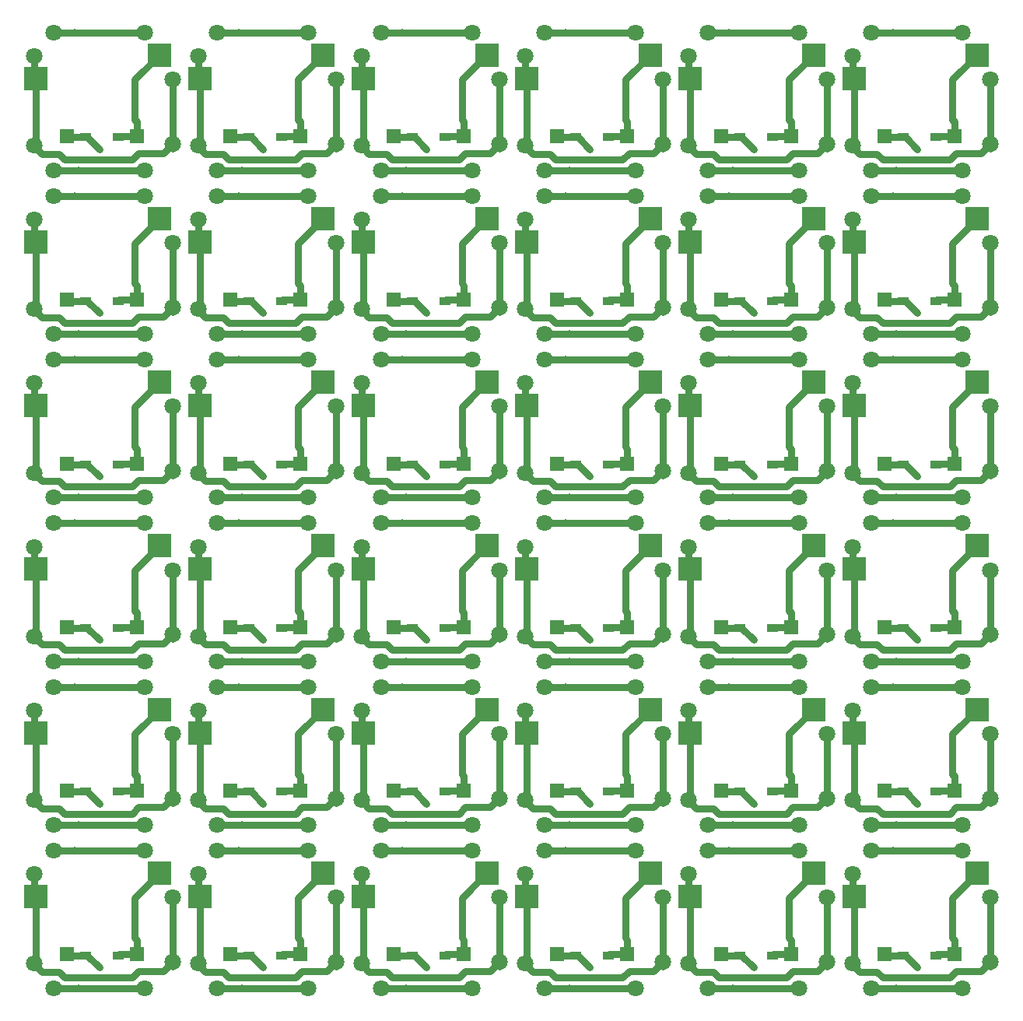
<source format=gbl>
G04 #@! TF.GenerationSoftware,KiCad,Pcbnew,(5.1.4)-1*
G04 #@! TF.CreationDate,2020-01-11T14:22:51+01:00*
G04 #@! TF.ProjectId,plaque2,706c6171-7565-4322-9e6b-696361645f70,1*
G04 #@! TF.SameCoordinates,Original*
G04 #@! TF.FileFunction,Copper,L2,Bot*
G04 #@! TF.FilePolarity,Positive*
%FSLAX46Y46*%
G04 Gerber Fmt 4.6, Leading zero omitted, Abs format (unit mm)*
G04 Created by KiCad (PCBNEW (5.1.4)-1) date 2020-01-11 14:22:52*
%MOMM*%
%LPD*%
G04 APERTURE LIST*
%ADD10C,1.800000*%
%ADD11R,2.550000X2.500000*%
%ADD12R,1.600000X1.600000*%
%ADD13R,1.300000X0.950000*%
%ADD14C,0.800000*%
%ADD15C,0.800000*%
%ADD16C,0.300000*%
G04 APERTURE END LIST*
D10*
X192290000Y-101030000D03*
D11*
X180455000Y-106015000D03*
X193905000Y-103475000D03*
D12*
X183790000Y-112330000D03*
X191410000Y-112330000D03*
D10*
X180290000Y-113330000D03*
X195290000Y-113130000D03*
X182390000Y-116030000D03*
D11*
X198255000Y-106015000D03*
X211705000Y-103475000D03*
D10*
X174490000Y-118830000D03*
X164590000Y-133830000D03*
X162490000Y-131130000D03*
X177490000Y-130930000D03*
X164590000Y-101030000D03*
D13*
X207165000Y-112430000D03*
X203615000Y-112430000D03*
D11*
X176105000Y-103475000D03*
X162655000Y-106015000D03*
D13*
X168015000Y-112430000D03*
X171565000Y-112430000D03*
D10*
X210090000Y-116030000D03*
X162495000Y-103575000D03*
X162495000Y-121375000D03*
X174490000Y-133830000D03*
X164590000Y-118830000D03*
X198095000Y-103575000D03*
X198090000Y-113330000D03*
X177490000Y-106115000D03*
X200190000Y-101030000D03*
D12*
X201590000Y-112330000D03*
X209210000Y-112330000D03*
D10*
X162490000Y-113330000D03*
X210090000Y-101030000D03*
X213090000Y-106115000D03*
X200190000Y-116030000D03*
X213090000Y-113130000D03*
X174490000Y-116030000D03*
X177490000Y-113130000D03*
D13*
X189365000Y-112430000D03*
X185815000Y-112430000D03*
D12*
X165990000Y-130130000D03*
X173610000Y-130130000D03*
X173610000Y-112330000D03*
X165990000Y-112330000D03*
D10*
X180295000Y-103575000D03*
X182390000Y-101030000D03*
X195290000Y-106115000D03*
X192290000Y-116030000D03*
D13*
X185815000Y-41230000D03*
X189365000Y-41230000D03*
D10*
X192290000Y-29830000D03*
D11*
X193905000Y-32275000D03*
X180455000Y-34815000D03*
D12*
X191410000Y-41130000D03*
X183790000Y-41130000D03*
D10*
X180295000Y-32375000D03*
X180290000Y-42130000D03*
X195290000Y-41930000D03*
X182390000Y-29830000D03*
X195290000Y-34915000D03*
X182390000Y-44830000D03*
X192290000Y-44830000D03*
X174490000Y-47630000D03*
X164590000Y-62630000D03*
X162490000Y-59930000D03*
X162495000Y-50175000D03*
D12*
X173610000Y-58930000D03*
X165990000Y-58930000D03*
D10*
X177490000Y-59730000D03*
X174490000Y-62630000D03*
X164590000Y-47630000D03*
X174490000Y-101030000D03*
X164590000Y-116030000D03*
X195290000Y-130930000D03*
D12*
X191410000Y-130130000D03*
X183790000Y-130130000D03*
D11*
X211705000Y-121275000D03*
X198255000Y-123815000D03*
X193905000Y-121275000D03*
X180455000Y-123815000D03*
D10*
X210090000Y-133830000D03*
X180290000Y-131130000D03*
D13*
X185815000Y-130230000D03*
X189365000Y-130230000D03*
D10*
X182390000Y-133830000D03*
X192290000Y-133830000D03*
D11*
X162655000Y-123815000D03*
X176105000Y-121275000D03*
D10*
X182390000Y-118830000D03*
X210090000Y-118830000D03*
X198090000Y-131130000D03*
X177490000Y-123915000D03*
X200190000Y-133830000D03*
X192290000Y-118830000D03*
X195290000Y-123915000D03*
X198095000Y-121375000D03*
D12*
X209210000Y-130130000D03*
X201590000Y-130130000D03*
D10*
X200190000Y-118830000D03*
X213090000Y-123915000D03*
X180295000Y-121375000D03*
X213090000Y-130930000D03*
D13*
X171565000Y-130230000D03*
X168015000Y-130230000D03*
X203615000Y-130230000D03*
X207165000Y-130230000D03*
D10*
X198095000Y-32375000D03*
X198090000Y-42130000D03*
X200190000Y-29830000D03*
D13*
X203615000Y-41230000D03*
X207165000Y-41230000D03*
D11*
X211705000Y-32275000D03*
X198255000Y-34815000D03*
D12*
X209210000Y-41130000D03*
X201590000Y-41130000D03*
D10*
X213090000Y-41930000D03*
X210090000Y-44830000D03*
X200190000Y-44830000D03*
X213090000Y-34915000D03*
X210090000Y-29830000D03*
X200190000Y-98230000D03*
X200190000Y-83230000D03*
X213090000Y-88315000D03*
X192290000Y-98230000D03*
X210090000Y-98230000D03*
D11*
X162655000Y-88215000D03*
X176105000Y-85675000D03*
D10*
X198090000Y-95530000D03*
X180295000Y-85775000D03*
X213090000Y-95330000D03*
D13*
X171565000Y-94630000D03*
X168015000Y-94630000D03*
D10*
X210090000Y-83230000D03*
X177490000Y-88315000D03*
X198095000Y-85775000D03*
X192290000Y-83230000D03*
X195290000Y-88315000D03*
D12*
X209210000Y-94530000D03*
X201590000Y-94530000D03*
D13*
X203615000Y-94630000D03*
X207165000Y-94630000D03*
D10*
X180290000Y-77730000D03*
X182390000Y-65430000D03*
X174490000Y-83230000D03*
X200190000Y-80430000D03*
X195290000Y-70515000D03*
D11*
X198255000Y-70415000D03*
X211705000Y-67875000D03*
D10*
X164590000Y-98230000D03*
X177490000Y-95330000D03*
X210090000Y-80430000D03*
X210090000Y-65430000D03*
D12*
X165990000Y-94530000D03*
X173610000Y-94530000D03*
D10*
X200190000Y-65430000D03*
X213090000Y-77530000D03*
D12*
X183790000Y-76730000D03*
X191410000Y-76730000D03*
D10*
X195290000Y-77530000D03*
X162490000Y-95530000D03*
D13*
X168015000Y-76830000D03*
X171565000Y-76830000D03*
D10*
X162495000Y-85775000D03*
X174490000Y-98230000D03*
X164590000Y-83230000D03*
X198095000Y-67975000D03*
D13*
X207165000Y-76830000D03*
X203615000Y-76830000D03*
D10*
X198090000Y-77730000D03*
D12*
X201590000Y-76730000D03*
X209210000Y-76730000D03*
D10*
X192290000Y-80430000D03*
X213090000Y-70515000D03*
D13*
X189365000Y-76830000D03*
X185815000Y-76830000D03*
D10*
X192290000Y-65430000D03*
D11*
X180455000Y-70415000D03*
X193905000Y-67875000D03*
D10*
X180295000Y-67975000D03*
X182390000Y-80430000D03*
D13*
X171565000Y-41230000D03*
X168015000Y-41230000D03*
D11*
X162655000Y-34815000D03*
X176105000Y-32275000D03*
D10*
X177490000Y-34915000D03*
D12*
X165990000Y-41130000D03*
X173610000Y-41130000D03*
D10*
X162490000Y-42130000D03*
X177490000Y-41930000D03*
X162495000Y-32375000D03*
X174490000Y-44830000D03*
X182390000Y-98230000D03*
X162490000Y-77730000D03*
D11*
X176105000Y-67875000D03*
X162655000Y-70415000D03*
D10*
X177490000Y-70515000D03*
X174490000Y-80430000D03*
D13*
X185815000Y-94630000D03*
X189365000Y-94630000D03*
D11*
X211705000Y-85675000D03*
X198255000Y-88215000D03*
D10*
X182390000Y-83230000D03*
X180290000Y-95530000D03*
D12*
X173610000Y-76730000D03*
X165990000Y-76730000D03*
D10*
X164590000Y-80430000D03*
X162495000Y-67975000D03*
X177490000Y-77530000D03*
X164590000Y-65430000D03*
X174490000Y-65430000D03*
X195290000Y-95330000D03*
D11*
X193905000Y-85675000D03*
X180455000Y-88215000D03*
D12*
X191410000Y-94530000D03*
X183790000Y-94530000D03*
D10*
X164590000Y-29830000D03*
X174490000Y-29830000D03*
X164590000Y-44830000D03*
X195290000Y-59730000D03*
D11*
X198255000Y-52615000D03*
X211705000Y-50075000D03*
X180455000Y-52615000D03*
X193905000Y-50075000D03*
D13*
X189365000Y-59030000D03*
X185815000Y-59030000D03*
D12*
X183790000Y-58930000D03*
X191410000Y-58930000D03*
D10*
X182390000Y-47630000D03*
X180290000Y-59930000D03*
X182390000Y-62630000D03*
X192290000Y-62630000D03*
X210090000Y-62630000D03*
D11*
X176105000Y-50075000D03*
X162655000Y-52615000D03*
D10*
X210090000Y-47630000D03*
X198090000Y-59930000D03*
X177490000Y-52715000D03*
X200190000Y-62630000D03*
X192290000Y-47630000D03*
X195290000Y-52715000D03*
X198095000Y-50175000D03*
D12*
X201590000Y-58930000D03*
X209210000Y-58930000D03*
D10*
X200190000Y-47630000D03*
X213090000Y-52715000D03*
X180295000Y-50175000D03*
X213090000Y-59730000D03*
D13*
X168015000Y-59030000D03*
X171565000Y-59030000D03*
X207165000Y-59030000D03*
X203615000Y-59030000D03*
X132415000Y-112430000D03*
X135965000Y-112430000D03*
D10*
X138890000Y-101030000D03*
D11*
X140505000Y-103475000D03*
X127055000Y-106015000D03*
D12*
X138010000Y-112330000D03*
X130390000Y-112330000D03*
D10*
X126895000Y-103575000D03*
X126890000Y-113330000D03*
X141890000Y-113130000D03*
X128990000Y-101030000D03*
X141890000Y-106115000D03*
X128990000Y-116030000D03*
X138890000Y-116030000D03*
X121090000Y-118830000D03*
X111190000Y-133830000D03*
X109090000Y-131130000D03*
X109095000Y-121375000D03*
D12*
X120210000Y-130130000D03*
X112590000Y-130130000D03*
D10*
X124090000Y-130930000D03*
X121090000Y-133830000D03*
X111190000Y-118830000D03*
X144695000Y-103575000D03*
X144690000Y-113330000D03*
X146790000Y-101030000D03*
D13*
X150215000Y-112430000D03*
X153765000Y-112430000D03*
D11*
X158305000Y-103475000D03*
X144855000Y-106015000D03*
D12*
X155810000Y-112330000D03*
X148190000Y-112330000D03*
D10*
X159690000Y-113130000D03*
X156690000Y-116030000D03*
X146790000Y-116030000D03*
X159690000Y-106115000D03*
X156690000Y-101030000D03*
D13*
X118165000Y-112430000D03*
X114615000Y-112430000D03*
D11*
X109255000Y-106015000D03*
X122705000Y-103475000D03*
D10*
X124090000Y-106115000D03*
D12*
X112590000Y-112330000D03*
X120210000Y-112330000D03*
D10*
X109090000Y-113330000D03*
X124090000Y-113130000D03*
X109095000Y-103575000D03*
X121090000Y-116030000D03*
X111190000Y-101030000D03*
X121090000Y-101030000D03*
X111190000Y-116030000D03*
X141890000Y-130930000D03*
D11*
X144855000Y-123815000D03*
X158305000Y-121275000D03*
X127055000Y-123815000D03*
X140505000Y-121275000D03*
D13*
X135965000Y-130230000D03*
X132415000Y-130230000D03*
D12*
X130390000Y-130130000D03*
X138010000Y-130130000D03*
D10*
X128990000Y-118830000D03*
X126890000Y-131130000D03*
X128990000Y-133830000D03*
X138890000Y-133830000D03*
X156690000Y-133830000D03*
D11*
X122705000Y-121275000D03*
X109255000Y-123815000D03*
D10*
X156690000Y-118830000D03*
X144690000Y-131130000D03*
X124090000Y-123915000D03*
X146790000Y-133830000D03*
X138890000Y-118830000D03*
X141890000Y-123915000D03*
X144695000Y-121375000D03*
D12*
X148190000Y-130130000D03*
X155810000Y-130130000D03*
D10*
X146790000Y-118830000D03*
X159690000Y-123915000D03*
X126895000Y-121375000D03*
X159690000Y-130930000D03*
D13*
X114615000Y-130230000D03*
X118165000Y-130230000D03*
X153765000Y-130230000D03*
X150215000Y-130230000D03*
X132415000Y-76830000D03*
X135965000Y-76830000D03*
D10*
X138890000Y-65430000D03*
D11*
X140505000Y-67875000D03*
X127055000Y-70415000D03*
D12*
X138010000Y-76730000D03*
X130390000Y-76730000D03*
D10*
X126895000Y-67975000D03*
X126890000Y-77730000D03*
X141890000Y-77530000D03*
X128990000Y-65430000D03*
X141890000Y-70515000D03*
X128990000Y-80430000D03*
X138890000Y-80430000D03*
X121090000Y-83230000D03*
X111190000Y-98230000D03*
X109090000Y-95530000D03*
X109095000Y-85775000D03*
D12*
X120210000Y-94530000D03*
X112590000Y-94530000D03*
D10*
X124090000Y-95330000D03*
X121090000Y-98230000D03*
X111190000Y-83230000D03*
X144695000Y-67975000D03*
X144690000Y-77730000D03*
X146790000Y-65430000D03*
D13*
X150215000Y-76830000D03*
X153765000Y-76830000D03*
D11*
X158305000Y-67875000D03*
X144855000Y-70415000D03*
D12*
X155810000Y-76730000D03*
X148190000Y-76730000D03*
D10*
X159690000Y-77530000D03*
X156690000Y-80430000D03*
X146790000Y-80430000D03*
X159690000Y-70515000D03*
X156690000Y-65430000D03*
D13*
X118165000Y-76830000D03*
X114615000Y-76830000D03*
D11*
X109255000Y-70415000D03*
X122705000Y-67875000D03*
D10*
X124090000Y-70515000D03*
D12*
X112590000Y-76730000D03*
X120210000Y-76730000D03*
D10*
X109090000Y-77730000D03*
X124090000Y-77530000D03*
X109095000Y-67975000D03*
X121090000Y-80430000D03*
X111190000Y-65430000D03*
X121090000Y-65430000D03*
X111190000Y-80430000D03*
X141890000Y-95330000D03*
D11*
X144855000Y-88215000D03*
X158305000Y-85675000D03*
X127055000Y-88215000D03*
X140505000Y-85675000D03*
D13*
X135965000Y-94630000D03*
X132415000Y-94630000D03*
D12*
X130390000Y-94530000D03*
X138010000Y-94530000D03*
D10*
X128990000Y-83230000D03*
X126890000Y-95530000D03*
X128990000Y-98230000D03*
X138890000Y-98230000D03*
X156690000Y-98230000D03*
D11*
X122705000Y-85675000D03*
X109255000Y-88215000D03*
D10*
X156690000Y-83230000D03*
X144690000Y-95530000D03*
X124090000Y-88315000D03*
X146790000Y-98230000D03*
X138890000Y-83230000D03*
X141890000Y-88315000D03*
X144695000Y-85775000D03*
D12*
X148190000Y-94530000D03*
X155810000Y-94530000D03*
D10*
X146790000Y-83230000D03*
X159690000Y-88315000D03*
X126895000Y-85775000D03*
X159690000Y-95330000D03*
D13*
X114615000Y-94630000D03*
X118165000Y-94630000D03*
X153765000Y-94630000D03*
X150215000Y-94630000D03*
X132415000Y-59030000D03*
X135965000Y-59030000D03*
D10*
X138890000Y-47630000D03*
D11*
X140505000Y-50075000D03*
X127055000Y-52615000D03*
D12*
X138010000Y-58930000D03*
X130390000Y-58930000D03*
D10*
X126895000Y-50175000D03*
X126890000Y-59930000D03*
X141890000Y-59730000D03*
X128990000Y-47630000D03*
X141890000Y-52715000D03*
X128990000Y-62630000D03*
X138890000Y-62630000D03*
X144695000Y-50175000D03*
X144690000Y-59930000D03*
X146790000Y-47630000D03*
D13*
X150215000Y-59030000D03*
X153765000Y-59030000D03*
D11*
X158305000Y-50075000D03*
X144855000Y-52615000D03*
D12*
X155810000Y-58930000D03*
X148190000Y-58930000D03*
D10*
X159690000Y-59730000D03*
X156690000Y-62630000D03*
X146790000Y-62630000D03*
X159690000Y-52715000D03*
X156690000Y-47630000D03*
D13*
X118165000Y-59030000D03*
X114615000Y-59030000D03*
D11*
X109255000Y-52615000D03*
X122705000Y-50075000D03*
D10*
X124090000Y-52715000D03*
D12*
X112590000Y-58930000D03*
X120210000Y-58930000D03*
D10*
X109090000Y-59930000D03*
X124090000Y-59730000D03*
X109095000Y-50175000D03*
X121090000Y-62630000D03*
X111190000Y-47630000D03*
X121090000Y-47630000D03*
X111190000Y-62630000D03*
D13*
X153765000Y-41230000D03*
X150215000Y-41230000D03*
D11*
X144855000Y-34815000D03*
X158305000Y-32275000D03*
D10*
X159690000Y-34915000D03*
D12*
X148190000Y-41130000D03*
X155810000Y-41130000D03*
D10*
X144690000Y-42130000D03*
X159690000Y-41930000D03*
X144695000Y-32375000D03*
X156690000Y-44830000D03*
X146790000Y-29830000D03*
X156690000Y-29830000D03*
X146790000Y-44830000D03*
D13*
X135965000Y-41230000D03*
X132415000Y-41230000D03*
D11*
X127055000Y-34815000D03*
X140505000Y-32275000D03*
D10*
X141890000Y-34915000D03*
D12*
X130390000Y-41130000D03*
X138010000Y-41130000D03*
D10*
X126890000Y-42130000D03*
X141890000Y-41930000D03*
X126895000Y-32375000D03*
X138890000Y-44830000D03*
X128990000Y-29830000D03*
X138890000Y-29830000D03*
X128990000Y-44830000D03*
D12*
X120210000Y-41130000D03*
X112590000Y-41130000D03*
D10*
X121090000Y-44830000D03*
X124090000Y-41930000D03*
D13*
X114615000Y-41230000D03*
X118165000Y-41230000D03*
D10*
X124090000Y-34915000D03*
D11*
X122705000Y-32275000D03*
X109255000Y-34815000D03*
D10*
X109090000Y-42130000D03*
X109095000Y-32375000D03*
X111190000Y-44830000D03*
X111190000Y-29830000D03*
X121090000Y-29830000D03*
D14*
X113890000Y-44830000D03*
X116140000Y-42530000D03*
X113490000Y-29830000D03*
X131690000Y-44830000D03*
X133940000Y-42530000D03*
X131290000Y-29830000D03*
X149490000Y-44830000D03*
X151740000Y-42530000D03*
X149090000Y-29830000D03*
X149490000Y-62630000D03*
X131690000Y-62630000D03*
X133940000Y-60330000D03*
X131290000Y-47630000D03*
X149090000Y-47630000D03*
X151740000Y-60330000D03*
X113890000Y-62630000D03*
X116140000Y-60330000D03*
X113490000Y-47630000D03*
X131690000Y-98230000D03*
X149490000Y-80430000D03*
X131690000Y-80430000D03*
X133940000Y-78130000D03*
X149490000Y-98230000D03*
X113890000Y-98230000D03*
X151740000Y-95930000D03*
X149090000Y-83230000D03*
X133940000Y-95930000D03*
X131290000Y-65430000D03*
X149090000Y-65430000D03*
X131290000Y-83230000D03*
X116140000Y-95930000D03*
X113490000Y-83230000D03*
X151740000Y-78130000D03*
X113890000Y-80430000D03*
X116140000Y-78130000D03*
X113490000Y-65430000D03*
X131690000Y-133830000D03*
X149490000Y-116030000D03*
X131690000Y-116030000D03*
X133940000Y-113730000D03*
X149490000Y-133830000D03*
X113890000Y-133830000D03*
X151740000Y-131530000D03*
X149090000Y-118830000D03*
X133940000Y-131530000D03*
X131290000Y-101030000D03*
X149090000Y-101030000D03*
X131290000Y-118830000D03*
X116140000Y-131530000D03*
X113490000Y-118830000D03*
X151740000Y-113730000D03*
X113890000Y-116030000D03*
X116140000Y-113730000D03*
X113490000Y-101030000D03*
X185090000Y-62630000D03*
X187340000Y-78130000D03*
X167290000Y-98230000D03*
X205140000Y-95930000D03*
X202890000Y-44830000D03*
X187340000Y-95930000D03*
X202490000Y-65430000D03*
X166890000Y-83230000D03*
X185090000Y-44830000D03*
X187340000Y-42530000D03*
X205140000Y-78130000D03*
X202890000Y-62630000D03*
X167290000Y-62630000D03*
X202890000Y-98230000D03*
X202490000Y-83230000D03*
X184690000Y-83230000D03*
X184690000Y-65430000D03*
X169540000Y-95930000D03*
X205140000Y-60330000D03*
X202490000Y-47630000D03*
X185090000Y-98230000D03*
X187340000Y-60330000D03*
X184690000Y-29830000D03*
X202490000Y-29830000D03*
X184690000Y-47630000D03*
X169540000Y-60330000D03*
X166890000Y-47630000D03*
X205140000Y-42530000D03*
X202890000Y-80430000D03*
X185090000Y-80430000D03*
X169540000Y-78130000D03*
X185090000Y-133830000D03*
X202890000Y-116030000D03*
X187340000Y-113730000D03*
X202890000Y-133830000D03*
X167290000Y-80430000D03*
X185090000Y-116030000D03*
X167290000Y-133830000D03*
X166890000Y-65430000D03*
X167290000Y-44830000D03*
X169540000Y-42530000D03*
X187340000Y-131530000D03*
X166890000Y-101030000D03*
X205140000Y-131530000D03*
X184690000Y-101030000D03*
X202490000Y-118830000D03*
X167290000Y-116030000D03*
X166890000Y-29830000D03*
X184690000Y-118830000D03*
X169540000Y-113730000D03*
X202490000Y-101030000D03*
X205140000Y-113730000D03*
X166890000Y-118830000D03*
X169540000Y-131530000D03*
D15*
X122705000Y-32275000D02*
X122680000Y-32275000D01*
X119994999Y-39314999D02*
X120210000Y-39530000D01*
X119994999Y-34960001D02*
X119994999Y-39314999D01*
X122680000Y-32275000D02*
X119994999Y-34960001D01*
D16*
X122780000Y-32375000D02*
X122805000Y-32375000D01*
D15*
X120210000Y-39530000D02*
X120210000Y-41130000D01*
X120210000Y-41130000D02*
X118265000Y-41130000D01*
X118265000Y-41130000D02*
X118165000Y-41230000D01*
X113890000Y-44830000D02*
X121290000Y-44830000D01*
X112690000Y-41230000D02*
X112590000Y-41130000D01*
X113490000Y-29830000D02*
X118390000Y-29830000D01*
X114615000Y-41230000D02*
X114840000Y-41230000D01*
X114840000Y-41230000D02*
X116140000Y-42530000D01*
X111190000Y-29830000D02*
X112462792Y-29830000D01*
X112462792Y-44830000D02*
X113890000Y-44830000D01*
X118390000Y-29830000D02*
X118090000Y-29830000D01*
X111190000Y-44830000D02*
X112462792Y-44830000D01*
X118390000Y-29830000D02*
X121290000Y-29830000D01*
X112462792Y-29830000D02*
X113490000Y-29830000D01*
X114615000Y-41230000D02*
X114790000Y-41230000D01*
X114615000Y-41230000D02*
X112690000Y-41230000D01*
X109095000Y-32375000D02*
X109095000Y-34655000D01*
X109255000Y-34815000D02*
X109255000Y-42270000D01*
D16*
X109095000Y-34655000D02*
X109355000Y-34915000D01*
D15*
X109889999Y-43029999D02*
X111789979Y-43029999D01*
X111789979Y-43029999D02*
X112389980Y-43630000D01*
X119690000Y-43630000D02*
X120390000Y-42930000D01*
X124090000Y-34915000D02*
X124090000Y-42430000D01*
D16*
X109095000Y-35175000D02*
X109355000Y-34915000D01*
D15*
X109255000Y-42270000D02*
X109095000Y-42430000D01*
X109095000Y-34655000D02*
X109255000Y-34815000D01*
X108990000Y-42130000D02*
X109889999Y-43029999D01*
X112389980Y-43630000D02*
X119690000Y-43630000D01*
X120390000Y-42930000D02*
X123090000Y-42930000D01*
X123090000Y-42930000D02*
X124090000Y-41930000D01*
X130189980Y-43630000D02*
X137490000Y-43630000D01*
X136190000Y-29830000D02*
X135890000Y-29830000D01*
X132640000Y-41230000D02*
X133940000Y-42530000D01*
X138010000Y-39530000D02*
X138010000Y-41130000D01*
D16*
X140580000Y-32375000D02*
X140605000Y-32375000D01*
D15*
X130262792Y-44830000D02*
X131690000Y-44830000D01*
X126895000Y-34655000D02*
X127055000Y-34815000D01*
X132415000Y-41230000D02*
X132590000Y-41230000D01*
X127689999Y-43029999D02*
X129589979Y-43029999D01*
X140480000Y-32275000D02*
X137794999Y-34960001D01*
X127055000Y-42270000D02*
X126895000Y-42430000D01*
X136065000Y-41130000D02*
X135965000Y-41230000D01*
X138190000Y-42930000D02*
X140890000Y-42930000D01*
X136190000Y-29830000D02*
X139090000Y-29830000D01*
D16*
X126895000Y-35175000D02*
X127155000Y-34915000D01*
D15*
X128990000Y-29830000D02*
X130262792Y-29830000D01*
X128990000Y-44830000D02*
X130262792Y-44830000D01*
X141890000Y-34915000D02*
X141890000Y-42430000D01*
D16*
X126895000Y-34655000D02*
X127155000Y-34915000D01*
D15*
X132415000Y-41230000D02*
X132640000Y-41230000D01*
X129589979Y-43029999D02*
X130189980Y-43630000D01*
X126790000Y-42130000D02*
X127689999Y-43029999D01*
X138010000Y-41130000D02*
X136065000Y-41130000D01*
X140890000Y-42930000D02*
X141890000Y-41930000D01*
X132415000Y-41230000D02*
X130490000Y-41230000D01*
X130262792Y-29830000D02*
X131290000Y-29830000D01*
X127055000Y-34815000D02*
X127055000Y-42270000D01*
X137490000Y-43630000D02*
X138190000Y-42930000D01*
X131290000Y-29830000D02*
X136190000Y-29830000D01*
X137794999Y-34960001D02*
X137794999Y-39314999D01*
X140505000Y-32275000D02*
X140480000Y-32275000D01*
X126895000Y-32375000D02*
X126895000Y-34655000D01*
X131690000Y-44830000D02*
X139090000Y-44830000D01*
X137794999Y-39314999D02*
X138010000Y-39530000D01*
X130490000Y-41230000D02*
X130390000Y-41130000D01*
X147989980Y-43630000D02*
X155290000Y-43630000D01*
X153990000Y-29830000D02*
X153690000Y-29830000D01*
X150440000Y-41230000D02*
X151740000Y-42530000D01*
X155810000Y-39530000D02*
X155810000Y-41130000D01*
D16*
X158380000Y-32375000D02*
X158405000Y-32375000D01*
D15*
X148062792Y-44830000D02*
X149490000Y-44830000D01*
X144695000Y-34655000D02*
X144855000Y-34815000D01*
X150215000Y-41230000D02*
X150390000Y-41230000D01*
X145489999Y-43029999D02*
X147389979Y-43029999D01*
X158280000Y-32275000D02*
X155594999Y-34960001D01*
X144855000Y-42270000D02*
X144695000Y-42430000D01*
X153865000Y-41130000D02*
X153765000Y-41230000D01*
X155990000Y-42930000D02*
X158690000Y-42930000D01*
X153990000Y-29830000D02*
X156890000Y-29830000D01*
D16*
X144695000Y-35175000D02*
X144955000Y-34915000D01*
D15*
X146790000Y-29830000D02*
X148062792Y-29830000D01*
X146790000Y-44830000D02*
X148062792Y-44830000D01*
X159690000Y-34915000D02*
X159690000Y-42430000D01*
D16*
X144695000Y-34655000D02*
X144955000Y-34915000D01*
D15*
X150215000Y-41230000D02*
X150440000Y-41230000D01*
X147389979Y-43029999D02*
X147989980Y-43630000D01*
X144590000Y-42130000D02*
X145489999Y-43029999D01*
X155810000Y-41130000D02*
X153865000Y-41130000D01*
X158690000Y-42930000D02*
X159690000Y-41930000D01*
X150215000Y-41230000D02*
X148290000Y-41230000D01*
X148062792Y-29830000D02*
X149090000Y-29830000D01*
X144855000Y-34815000D02*
X144855000Y-42270000D01*
X155290000Y-43630000D02*
X155990000Y-42930000D01*
X149090000Y-29830000D02*
X153990000Y-29830000D01*
X155594999Y-34960001D02*
X155594999Y-39314999D01*
X158305000Y-32275000D02*
X158280000Y-32275000D01*
X144695000Y-32375000D02*
X144695000Y-34655000D01*
X149490000Y-44830000D02*
X156890000Y-44830000D01*
X155594999Y-39314999D02*
X155810000Y-39530000D01*
X148290000Y-41230000D02*
X148190000Y-41130000D01*
X153865000Y-58930000D02*
X153765000Y-59030000D01*
X155990000Y-60730000D02*
X158690000Y-60730000D01*
X155810000Y-57330000D02*
X155810000Y-58930000D01*
X144695000Y-52455000D02*
X144855000Y-52615000D01*
X147989980Y-61430000D02*
X155290000Y-61430000D01*
D16*
X158380000Y-50175000D02*
X158405000Y-50175000D01*
D15*
X148062792Y-62630000D02*
X149490000Y-62630000D01*
X150215000Y-59030000D02*
X150390000Y-59030000D01*
X153990000Y-47630000D02*
X153690000Y-47630000D01*
X150440000Y-59030000D02*
X151740000Y-60330000D01*
X145489999Y-60829999D02*
X147389979Y-60829999D01*
X158280000Y-50075000D02*
X155594999Y-52760001D01*
X144855000Y-60070000D02*
X144695000Y-60230000D01*
X112389980Y-61430000D02*
X119690000Y-61430000D01*
X118390000Y-47630000D02*
X118090000Y-47630000D01*
X114840000Y-59030000D02*
X116140000Y-60330000D01*
X120210000Y-57330000D02*
X120210000Y-58930000D01*
D16*
X122780000Y-50175000D02*
X122805000Y-50175000D01*
D15*
X112462792Y-62630000D02*
X113890000Y-62630000D01*
X109095000Y-52455000D02*
X109255000Y-52615000D01*
X114615000Y-59030000D02*
X114790000Y-59030000D01*
X109889999Y-60829999D02*
X111789979Y-60829999D01*
X122680000Y-50075000D02*
X119994999Y-52760001D01*
X109255000Y-60070000D02*
X109095000Y-60230000D01*
X118265000Y-58930000D02*
X118165000Y-59030000D01*
X120390000Y-60730000D02*
X123090000Y-60730000D01*
X118390000Y-47630000D02*
X121290000Y-47630000D01*
D16*
X109095000Y-52975000D02*
X109355000Y-52715000D01*
D15*
X111190000Y-47630000D02*
X112462792Y-47630000D01*
X111190000Y-62630000D02*
X112462792Y-62630000D01*
X124090000Y-52715000D02*
X124090000Y-60230000D01*
D16*
X109095000Y-52455000D02*
X109355000Y-52715000D01*
D15*
X114615000Y-59030000D02*
X114840000Y-59030000D01*
X111789979Y-60829999D02*
X112389980Y-61430000D01*
X108990000Y-59930000D02*
X109889999Y-60829999D01*
X120210000Y-58930000D02*
X118265000Y-58930000D01*
X123090000Y-60730000D02*
X124090000Y-59730000D01*
X114615000Y-59030000D02*
X112690000Y-59030000D01*
X112462792Y-47630000D02*
X113490000Y-47630000D01*
X109255000Y-52615000D02*
X109255000Y-60070000D01*
X119690000Y-61430000D02*
X120390000Y-60730000D01*
X113490000Y-47630000D02*
X118390000Y-47630000D01*
X119994999Y-52760001D02*
X119994999Y-57114999D01*
X122705000Y-50075000D02*
X122680000Y-50075000D01*
X109095000Y-50175000D02*
X109095000Y-52455000D01*
X113890000Y-62630000D02*
X121290000Y-62630000D01*
X119994999Y-57114999D02*
X120210000Y-57330000D01*
X112690000Y-59030000D02*
X112590000Y-58930000D01*
X138010000Y-57330000D02*
X138010000Y-58930000D01*
D16*
X140580000Y-50175000D02*
X140605000Y-50175000D01*
D15*
X130189980Y-61430000D02*
X137490000Y-61430000D01*
X127689999Y-60829999D02*
X129589979Y-60829999D01*
X127055000Y-60070000D02*
X126895000Y-60230000D01*
D16*
X126895000Y-52975000D02*
X127155000Y-52715000D01*
D15*
X128990000Y-47630000D02*
X130262792Y-47630000D01*
X132415000Y-59030000D02*
X132640000Y-59030000D01*
X141890000Y-52715000D02*
X141890000Y-60230000D01*
X126790000Y-59930000D02*
X127689999Y-60829999D01*
X136190000Y-47630000D02*
X135890000Y-47630000D01*
X138190000Y-60730000D02*
X140890000Y-60730000D01*
X140890000Y-60730000D02*
X141890000Y-59730000D01*
X138010000Y-58930000D02*
X136065000Y-58930000D01*
X127055000Y-52615000D02*
X127055000Y-60070000D01*
X131290000Y-47630000D02*
X136190000Y-47630000D01*
X126895000Y-50175000D02*
X126895000Y-52455000D01*
D16*
X126895000Y-52455000D02*
X127155000Y-52715000D01*
D15*
X137794999Y-57114999D02*
X138010000Y-57330000D01*
X130262792Y-62630000D02*
X131690000Y-62630000D01*
X132640000Y-59030000D02*
X133940000Y-60330000D01*
X129589979Y-60829999D02*
X130189980Y-61430000D01*
X130490000Y-59030000D02*
X130390000Y-58930000D01*
X126895000Y-52455000D02*
X127055000Y-52615000D01*
X132415000Y-59030000D02*
X132590000Y-59030000D01*
X136190000Y-47630000D02*
X139090000Y-47630000D01*
X132415000Y-59030000D02*
X130490000Y-59030000D01*
X140480000Y-50075000D02*
X137794999Y-52760001D01*
X140505000Y-50075000D02*
X140480000Y-50075000D01*
X137794999Y-52760001D02*
X137794999Y-57114999D01*
X130262792Y-47630000D02*
X131290000Y-47630000D01*
X137490000Y-61430000D02*
X138190000Y-60730000D01*
X131690000Y-62630000D02*
X139090000Y-62630000D01*
X128990000Y-62630000D02*
X130262792Y-62630000D01*
X136065000Y-58930000D02*
X135965000Y-59030000D01*
X158305000Y-50075000D02*
X158280000Y-50075000D01*
X148062792Y-47630000D02*
X149090000Y-47630000D01*
X155810000Y-58930000D02*
X153865000Y-58930000D01*
X144695000Y-50175000D02*
X144695000Y-52455000D01*
X149490000Y-62630000D02*
X156890000Y-62630000D01*
X159690000Y-52715000D02*
X159690000Y-60230000D01*
X155594999Y-57114999D02*
X155810000Y-57330000D01*
X148290000Y-59030000D02*
X148190000Y-58930000D01*
X158690000Y-60730000D02*
X159690000Y-59730000D01*
D16*
X144695000Y-52975000D02*
X144955000Y-52715000D01*
X144695000Y-52455000D02*
X144955000Y-52715000D01*
D15*
X147389979Y-60829999D02*
X147989980Y-61430000D01*
X150215000Y-59030000D02*
X150440000Y-59030000D01*
X155290000Y-61430000D02*
X155990000Y-60730000D01*
X144855000Y-52615000D02*
X144855000Y-60070000D01*
X150215000Y-59030000D02*
X148290000Y-59030000D01*
X146790000Y-62630000D02*
X148062792Y-62630000D01*
X149090000Y-47630000D02*
X153990000Y-47630000D01*
X144590000Y-59930000D02*
X145489999Y-60829999D01*
X155594999Y-52760001D02*
X155594999Y-57114999D01*
X153990000Y-47630000D02*
X156890000Y-47630000D01*
X146790000Y-47630000D02*
X148062792Y-47630000D01*
X140505000Y-85675000D02*
X140480000Y-85675000D01*
X155290000Y-97030000D02*
X155990000Y-96330000D01*
X150215000Y-94630000D02*
X148290000Y-94630000D01*
X126895000Y-88055000D02*
X127055000Y-88215000D01*
X144855000Y-88215000D02*
X144855000Y-95670000D01*
X146790000Y-98230000D02*
X148062792Y-98230000D01*
X155594999Y-88360001D02*
X155594999Y-92714999D01*
X131690000Y-98230000D02*
X139090000Y-98230000D01*
X159690000Y-88315000D02*
X159690000Y-95830000D01*
X155810000Y-94530000D02*
X153865000Y-94530000D01*
X128990000Y-98230000D02*
X130262792Y-98230000D01*
X158305000Y-85675000D02*
X158280000Y-85675000D01*
X158690000Y-96330000D02*
X159690000Y-95330000D01*
X150215000Y-94630000D02*
X150440000Y-94630000D01*
X130490000Y-94630000D02*
X130390000Y-94530000D01*
X132415000Y-94630000D02*
X130490000Y-94630000D01*
X140480000Y-85675000D02*
X137794999Y-88360001D01*
X149490000Y-98230000D02*
X156890000Y-98230000D01*
X132415000Y-94630000D02*
X132590000Y-94630000D01*
X137794999Y-88360001D02*
X137794999Y-92714999D01*
X136065000Y-94530000D02*
X135965000Y-94630000D01*
X144695000Y-85775000D02*
X144695000Y-88055000D01*
D16*
X144695000Y-88575000D02*
X144955000Y-88315000D01*
D15*
X136190000Y-83230000D02*
X139090000Y-83230000D01*
X137490000Y-97030000D02*
X138190000Y-96330000D01*
X148062792Y-83230000D02*
X149090000Y-83230000D01*
X155594999Y-92714999D02*
X155810000Y-92930000D01*
D16*
X144695000Y-88055000D02*
X144955000Y-88315000D01*
D15*
X130262792Y-83230000D02*
X131290000Y-83230000D01*
X147389979Y-96429999D02*
X147989980Y-97030000D01*
X149090000Y-83230000D02*
X153990000Y-83230000D01*
X144590000Y-95530000D02*
X145489999Y-96429999D01*
X153990000Y-83230000D02*
X156890000Y-83230000D01*
X146790000Y-83230000D02*
X148062792Y-83230000D01*
X148290000Y-94630000D02*
X148190000Y-94530000D01*
X153865000Y-76730000D02*
X153765000Y-76830000D01*
X155990000Y-78530000D02*
X158690000Y-78530000D01*
X155810000Y-75130000D02*
X155810000Y-76730000D01*
X144695000Y-70255000D02*
X144855000Y-70415000D01*
X147989980Y-79230000D02*
X155290000Y-79230000D01*
D16*
X158380000Y-67975000D02*
X158405000Y-67975000D01*
D15*
X148062792Y-80430000D02*
X149490000Y-80430000D01*
X150215000Y-76830000D02*
X150390000Y-76830000D01*
X153990000Y-65430000D02*
X153690000Y-65430000D01*
X150440000Y-76830000D02*
X151740000Y-78130000D01*
X145489999Y-78629999D02*
X147389979Y-78629999D01*
X158280000Y-67875000D02*
X155594999Y-70560001D01*
X144855000Y-77870000D02*
X144695000Y-78030000D01*
X112389980Y-79230000D02*
X119690000Y-79230000D01*
X118390000Y-65430000D02*
X118090000Y-65430000D01*
X114840000Y-76830000D02*
X116140000Y-78130000D01*
X120210000Y-75130000D02*
X120210000Y-76730000D01*
D16*
X122780000Y-67975000D02*
X122805000Y-67975000D01*
D15*
X112462792Y-80430000D02*
X113890000Y-80430000D01*
X109095000Y-70255000D02*
X109255000Y-70415000D01*
X114615000Y-76830000D02*
X114790000Y-76830000D01*
X109889999Y-78629999D02*
X111789979Y-78629999D01*
X122680000Y-67875000D02*
X119994999Y-70560001D01*
X109255000Y-77870000D02*
X109095000Y-78030000D01*
X118265000Y-76730000D02*
X118165000Y-76830000D01*
X120390000Y-78530000D02*
X123090000Y-78530000D01*
X118390000Y-65430000D02*
X121290000Y-65430000D01*
D16*
X109095000Y-70775000D02*
X109355000Y-70515000D01*
D15*
X111190000Y-65430000D02*
X112462792Y-65430000D01*
X111190000Y-80430000D02*
X112462792Y-80430000D01*
X124090000Y-70515000D02*
X124090000Y-78030000D01*
D16*
X109095000Y-70255000D02*
X109355000Y-70515000D01*
D15*
X114615000Y-76830000D02*
X114840000Y-76830000D01*
X111789979Y-78629999D02*
X112389980Y-79230000D01*
X108990000Y-77730000D02*
X109889999Y-78629999D01*
X120210000Y-76730000D02*
X118265000Y-76730000D01*
X123090000Y-78530000D02*
X124090000Y-77530000D01*
X114615000Y-76830000D02*
X112690000Y-76830000D01*
X112462792Y-65430000D02*
X113490000Y-65430000D01*
X109255000Y-70415000D02*
X109255000Y-77870000D01*
X119690000Y-79230000D02*
X120390000Y-78530000D01*
X113490000Y-65430000D02*
X118390000Y-65430000D01*
X119994999Y-70560001D02*
X119994999Y-74914999D01*
X122705000Y-67875000D02*
X122680000Y-67875000D01*
X109095000Y-67975000D02*
X109095000Y-70255000D01*
X113890000Y-80430000D02*
X121290000Y-80430000D01*
X119994999Y-74914999D02*
X120210000Y-75130000D01*
X112690000Y-76830000D02*
X112590000Y-76730000D01*
X153990000Y-83230000D02*
X153690000Y-83230000D01*
X145489999Y-96429999D02*
X147389979Y-96429999D01*
X112389980Y-97030000D02*
X119690000Y-97030000D01*
X118390000Y-83230000D02*
X118090000Y-83230000D01*
X158280000Y-85675000D02*
X155594999Y-88360001D01*
X114840000Y-94630000D02*
X116140000Y-95930000D01*
X112462792Y-98230000D02*
X113890000Y-98230000D01*
X120210000Y-92930000D02*
X120210000Y-94530000D01*
D16*
X122780000Y-85775000D02*
X122805000Y-85775000D01*
D15*
X153865000Y-94530000D02*
X153765000Y-94630000D01*
X155810000Y-92930000D02*
X155810000Y-94530000D01*
X144695000Y-88055000D02*
X144855000Y-88215000D01*
X150440000Y-94630000D02*
X151740000Y-95930000D01*
X144855000Y-95670000D02*
X144695000Y-95830000D01*
X155990000Y-96330000D02*
X158690000Y-96330000D01*
X147989980Y-97030000D02*
X155290000Y-97030000D01*
D16*
X158380000Y-85775000D02*
X158405000Y-85775000D01*
D15*
X148062792Y-98230000D02*
X149490000Y-98230000D01*
X150215000Y-94630000D02*
X150390000Y-94630000D01*
X138010000Y-75130000D02*
X138010000Y-76730000D01*
D16*
X140580000Y-67975000D02*
X140605000Y-67975000D01*
D15*
X130189980Y-79230000D02*
X137490000Y-79230000D01*
X127689999Y-78629999D02*
X129589979Y-78629999D01*
X127055000Y-77870000D02*
X126895000Y-78030000D01*
D16*
X126895000Y-70775000D02*
X127155000Y-70515000D01*
D15*
X128990000Y-65430000D02*
X130262792Y-65430000D01*
X132415000Y-76830000D02*
X132640000Y-76830000D01*
X141890000Y-70515000D02*
X141890000Y-78030000D01*
X126790000Y-77730000D02*
X127689999Y-78629999D01*
X136190000Y-65430000D02*
X135890000Y-65430000D01*
X138190000Y-78530000D02*
X140890000Y-78530000D01*
X140890000Y-78530000D02*
X141890000Y-77530000D01*
X138010000Y-76730000D02*
X136065000Y-76730000D01*
X127055000Y-70415000D02*
X127055000Y-77870000D01*
X131290000Y-65430000D02*
X136190000Y-65430000D01*
X126895000Y-67975000D02*
X126895000Y-70255000D01*
D16*
X126895000Y-70255000D02*
X127155000Y-70515000D01*
D15*
X137794999Y-74914999D02*
X138010000Y-75130000D01*
X130262792Y-80430000D02*
X131690000Y-80430000D01*
X132640000Y-76830000D02*
X133940000Y-78130000D01*
X129589979Y-78629999D02*
X130189980Y-79230000D01*
X130490000Y-76830000D02*
X130390000Y-76730000D01*
X126895000Y-70255000D02*
X127055000Y-70415000D01*
X132415000Y-76830000D02*
X132590000Y-76830000D01*
X136190000Y-65430000D02*
X139090000Y-65430000D01*
X132415000Y-76830000D02*
X130490000Y-76830000D01*
X140480000Y-67875000D02*
X137794999Y-70560001D01*
X140505000Y-67875000D02*
X140480000Y-67875000D01*
X137794999Y-70560001D02*
X137794999Y-74914999D01*
X130262792Y-65430000D02*
X131290000Y-65430000D01*
X137490000Y-79230000D02*
X138190000Y-78530000D01*
X131690000Y-80430000D02*
X139090000Y-80430000D01*
X128990000Y-80430000D02*
X130262792Y-80430000D01*
X136065000Y-76730000D02*
X135965000Y-76830000D01*
X158305000Y-67875000D02*
X158280000Y-67875000D01*
X148062792Y-65430000D02*
X149090000Y-65430000D01*
X155810000Y-76730000D02*
X153865000Y-76730000D01*
X144695000Y-67975000D02*
X144695000Y-70255000D01*
X149490000Y-80430000D02*
X156890000Y-80430000D01*
X159690000Y-70515000D02*
X159690000Y-78030000D01*
X155594999Y-74914999D02*
X155810000Y-75130000D01*
X148290000Y-76830000D02*
X148190000Y-76730000D01*
X158690000Y-78530000D02*
X159690000Y-77530000D01*
D16*
X144695000Y-70775000D02*
X144955000Y-70515000D01*
X144695000Y-70255000D02*
X144955000Y-70515000D01*
D15*
X147389979Y-78629999D02*
X147989980Y-79230000D01*
X150215000Y-76830000D02*
X150440000Y-76830000D01*
X155290000Y-79230000D02*
X155990000Y-78530000D01*
X144855000Y-70415000D02*
X144855000Y-77870000D01*
X150215000Y-76830000D02*
X148290000Y-76830000D01*
X146790000Y-80430000D02*
X148062792Y-80430000D01*
X149090000Y-65430000D02*
X153990000Y-65430000D01*
X144590000Y-77730000D02*
X145489999Y-78629999D01*
X155594999Y-70560001D02*
X155594999Y-74914999D01*
X153990000Y-65430000D02*
X156890000Y-65430000D01*
X146790000Y-65430000D02*
X148062792Y-65430000D01*
X124090000Y-88315000D02*
X124090000Y-95830000D01*
D16*
X126895000Y-88575000D02*
X127155000Y-88315000D01*
D15*
X126790000Y-95530000D02*
X127689999Y-96429999D01*
X109095000Y-88055000D02*
X109255000Y-88215000D01*
D16*
X109095000Y-88575000D02*
X109355000Y-88315000D01*
D15*
X122680000Y-85675000D02*
X119994999Y-88360001D01*
X112462792Y-83230000D02*
X113490000Y-83230000D01*
X122705000Y-85675000D02*
X122680000Y-85675000D01*
X113490000Y-83230000D02*
X118390000Y-83230000D01*
X109255000Y-95670000D02*
X109095000Y-95830000D01*
X109889999Y-96429999D02*
X111789979Y-96429999D01*
X108990000Y-95530000D02*
X109889999Y-96429999D01*
X119690000Y-97030000D02*
X120390000Y-96330000D01*
X109095000Y-85775000D02*
X109095000Y-88055000D01*
X118390000Y-83230000D02*
X121290000Y-83230000D01*
X111190000Y-98230000D02*
X112462792Y-98230000D01*
X114615000Y-94630000D02*
X114840000Y-94630000D01*
X120390000Y-96330000D02*
X123090000Y-96330000D01*
X119994999Y-88360001D02*
X119994999Y-92714999D01*
X109255000Y-88215000D02*
X109255000Y-95670000D01*
X112690000Y-94630000D02*
X112590000Y-94530000D01*
X138010000Y-92930000D02*
X138010000Y-94530000D01*
X127055000Y-95670000D02*
X126895000Y-95830000D01*
X141890000Y-88315000D02*
X141890000Y-95830000D01*
X136190000Y-83230000D02*
X135890000Y-83230000D01*
X127055000Y-88215000D02*
X127055000Y-95670000D01*
X114615000Y-94630000D02*
X112690000Y-94630000D01*
X114615000Y-94630000D02*
X114790000Y-94630000D01*
X140890000Y-96330000D02*
X141890000Y-95330000D01*
X126895000Y-85775000D02*
X126895000Y-88055000D01*
X118265000Y-94530000D02*
X118165000Y-94630000D01*
X123090000Y-96330000D02*
X124090000Y-95330000D01*
D16*
X140580000Y-85775000D02*
X140605000Y-85775000D01*
D15*
X128990000Y-83230000D02*
X130262792Y-83230000D01*
D16*
X109095000Y-88055000D02*
X109355000Y-88315000D01*
D15*
X137794999Y-92714999D02*
X138010000Y-92930000D01*
X130262792Y-98230000D02*
X131690000Y-98230000D01*
X120210000Y-94530000D02*
X118265000Y-94530000D01*
X119994999Y-92714999D02*
X120210000Y-92930000D01*
X130189980Y-97030000D02*
X137490000Y-97030000D01*
X111789979Y-96429999D02*
X112389980Y-97030000D01*
X111190000Y-83230000D02*
X112462792Y-83230000D01*
X113890000Y-98230000D02*
X121290000Y-98230000D01*
X127689999Y-96429999D02*
X129589979Y-96429999D01*
X132415000Y-94630000D02*
X132640000Y-94630000D01*
X138190000Y-96330000D02*
X140890000Y-96330000D01*
X138010000Y-94530000D02*
X136065000Y-94530000D01*
X131290000Y-83230000D02*
X136190000Y-83230000D01*
D16*
X126895000Y-88055000D02*
X127155000Y-88315000D01*
D15*
X132640000Y-94630000D02*
X133940000Y-95930000D01*
X129589979Y-96429999D02*
X130189980Y-97030000D01*
X140505000Y-121275000D02*
X140480000Y-121275000D01*
X155290000Y-132630000D02*
X155990000Y-131930000D01*
X150215000Y-130230000D02*
X148290000Y-130230000D01*
X126895000Y-123655000D02*
X127055000Y-123815000D01*
X144855000Y-123815000D02*
X144855000Y-131270000D01*
X146790000Y-133830000D02*
X148062792Y-133830000D01*
X155594999Y-123960001D02*
X155594999Y-128314999D01*
X131690000Y-133830000D02*
X139090000Y-133830000D01*
X159690000Y-123915000D02*
X159690000Y-131430000D01*
X155810000Y-130130000D02*
X153865000Y-130130000D01*
X128990000Y-133830000D02*
X130262792Y-133830000D01*
X158305000Y-121275000D02*
X158280000Y-121275000D01*
X158690000Y-131930000D02*
X159690000Y-130930000D01*
X150215000Y-130230000D02*
X150440000Y-130230000D01*
X130490000Y-130230000D02*
X130390000Y-130130000D01*
X132415000Y-130230000D02*
X130490000Y-130230000D01*
X140480000Y-121275000D02*
X137794999Y-123960001D01*
X149490000Y-133830000D02*
X156890000Y-133830000D01*
X132415000Y-130230000D02*
X132590000Y-130230000D01*
X137794999Y-123960001D02*
X137794999Y-128314999D01*
X136065000Y-130130000D02*
X135965000Y-130230000D01*
X144695000Y-121375000D02*
X144695000Y-123655000D01*
D16*
X144695000Y-124175000D02*
X144955000Y-123915000D01*
D15*
X136190000Y-118830000D02*
X139090000Y-118830000D01*
X137490000Y-132630000D02*
X138190000Y-131930000D01*
X148062792Y-118830000D02*
X149090000Y-118830000D01*
X155594999Y-128314999D02*
X155810000Y-128530000D01*
D16*
X144695000Y-123655000D02*
X144955000Y-123915000D01*
D15*
X130262792Y-118830000D02*
X131290000Y-118830000D01*
X147389979Y-132029999D02*
X147989980Y-132630000D01*
X149090000Y-118830000D02*
X153990000Y-118830000D01*
X144590000Y-131130000D02*
X145489999Y-132029999D01*
X153990000Y-118830000D02*
X156890000Y-118830000D01*
X146790000Y-118830000D02*
X148062792Y-118830000D01*
X148290000Y-130230000D02*
X148190000Y-130130000D01*
X153865000Y-112330000D02*
X153765000Y-112430000D01*
X155990000Y-114130000D02*
X158690000Y-114130000D01*
X155810000Y-110730000D02*
X155810000Y-112330000D01*
X144695000Y-105855000D02*
X144855000Y-106015000D01*
X147989980Y-114830000D02*
X155290000Y-114830000D01*
D16*
X158380000Y-103575000D02*
X158405000Y-103575000D01*
D15*
X148062792Y-116030000D02*
X149490000Y-116030000D01*
X150215000Y-112430000D02*
X150390000Y-112430000D01*
X153990000Y-101030000D02*
X153690000Y-101030000D01*
X150440000Y-112430000D02*
X151740000Y-113730000D01*
X145489999Y-114229999D02*
X147389979Y-114229999D01*
X158280000Y-103475000D02*
X155594999Y-106160001D01*
X144855000Y-113470000D02*
X144695000Y-113630000D01*
X112389980Y-114830000D02*
X119690000Y-114830000D01*
X118390000Y-101030000D02*
X118090000Y-101030000D01*
X114840000Y-112430000D02*
X116140000Y-113730000D01*
X120210000Y-110730000D02*
X120210000Y-112330000D01*
D16*
X122780000Y-103575000D02*
X122805000Y-103575000D01*
D15*
X112462792Y-116030000D02*
X113890000Y-116030000D01*
X109095000Y-105855000D02*
X109255000Y-106015000D01*
X114615000Y-112430000D02*
X114790000Y-112430000D01*
X109889999Y-114229999D02*
X111789979Y-114229999D01*
X122680000Y-103475000D02*
X119994999Y-106160001D01*
X109255000Y-113470000D02*
X109095000Y-113630000D01*
X118265000Y-112330000D02*
X118165000Y-112430000D01*
X120390000Y-114130000D02*
X123090000Y-114130000D01*
X118390000Y-101030000D02*
X121290000Y-101030000D01*
D16*
X109095000Y-106375000D02*
X109355000Y-106115000D01*
D15*
X111190000Y-101030000D02*
X112462792Y-101030000D01*
X111190000Y-116030000D02*
X112462792Y-116030000D01*
X124090000Y-106115000D02*
X124090000Y-113630000D01*
D16*
X109095000Y-105855000D02*
X109355000Y-106115000D01*
D15*
X114615000Y-112430000D02*
X114840000Y-112430000D01*
X111789979Y-114229999D02*
X112389980Y-114830000D01*
X108990000Y-113330000D02*
X109889999Y-114229999D01*
X120210000Y-112330000D02*
X118265000Y-112330000D01*
X123090000Y-114130000D02*
X124090000Y-113130000D01*
X114615000Y-112430000D02*
X112690000Y-112430000D01*
X112462792Y-101030000D02*
X113490000Y-101030000D01*
X109255000Y-106015000D02*
X109255000Y-113470000D01*
X119690000Y-114830000D02*
X120390000Y-114130000D01*
X113490000Y-101030000D02*
X118390000Y-101030000D01*
X119994999Y-106160001D02*
X119994999Y-110514999D01*
X122705000Y-103475000D02*
X122680000Y-103475000D01*
X109095000Y-103575000D02*
X109095000Y-105855000D01*
X113890000Y-116030000D02*
X121290000Y-116030000D01*
X119994999Y-110514999D02*
X120210000Y-110730000D01*
X112690000Y-112430000D02*
X112590000Y-112330000D01*
X153990000Y-118830000D02*
X153690000Y-118830000D01*
X145489999Y-132029999D02*
X147389979Y-132029999D01*
X112389980Y-132630000D02*
X119690000Y-132630000D01*
X118390000Y-118830000D02*
X118090000Y-118830000D01*
X158280000Y-121275000D02*
X155594999Y-123960001D01*
X114840000Y-130230000D02*
X116140000Y-131530000D01*
X112462792Y-133830000D02*
X113890000Y-133830000D01*
X120210000Y-128530000D02*
X120210000Y-130130000D01*
D16*
X122780000Y-121375000D02*
X122805000Y-121375000D01*
D15*
X153865000Y-130130000D02*
X153765000Y-130230000D01*
X155810000Y-128530000D02*
X155810000Y-130130000D01*
X144695000Y-123655000D02*
X144855000Y-123815000D01*
X150440000Y-130230000D02*
X151740000Y-131530000D01*
X144855000Y-131270000D02*
X144695000Y-131430000D01*
X155990000Y-131930000D02*
X158690000Y-131930000D01*
X147989980Y-132630000D02*
X155290000Y-132630000D01*
D16*
X158380000Y-121375000D02*
X158405000Y-121375000D01*
D15*
X148062792Y-133830000D02*
X149490000Y-133830000D01*
X150215000Y-130230000D02*
X150390000Y-130230000D01*
X138010000Y-110730000D02*
X138010000Y-112330000D01*
D16*
X140580000Y-103575000D02*
X140605000Y-103575000D01*
D15*
X130189980Y-114830000D02*
X137490000Y-114830000D01*
X127689999Y-114229999D02*
X129589979Y-114229999D01*
X127055000Y-113470000D02*
X126895000Y-113630000D01*
D16*
X126895000Y-106375000D02*
X127155000Y-106115000D01*
D15*
X128990000Y-101030000D02*
X130262792Y-101030000D01*
X132415000Y-112430000D02*
X132640000Y-112430000D01*
X141890000Y-106115000D02*
X141890000Y-113630000D01*
X126790000Y-113330000D02*
X127689999Y-114229999D01*
X136190000Y-101030000D02*
X135890000Y-101030000D01*
X138190000Y-114130000D02*
X140890000Y-114130000D01*
X140890000Y-114130000D02*
X141890000Y-113130000D01*
X138010000Y-112330000D02*
X136065000Y-112330000D01*
X127055000Y-106015000D02*
X127055000Y-113470000D01*
X131290000Y-101030000D02*
X136190000Y-101030000D01*
X126895000Y-103575000D02*
X126895000Y-105855000D01*
D16*
X126895000Y-105855000D02*
X127155000Y-106115000D01*
D15*
X137794999Y-110514999D02*
X138010000Y-110730000D01*
X130262792Y-116030000D02*
X131690000Y-116030000D01*
X132640000Y-112430000D02*
X133940000Y-113730000D01*
X129589979Y-114229999D02*
X130189980Y-114830000D01*
X130490000Y-112430000D02*
X130390000Y-112330000D01*
X126895000Y-105855000D02*
X127055000Y-106015000D01*
X132415000Y-112430000D02*
X132590000Y-112430000D01*
X136190000Y-101030000D02*
X139090000Y-101030000D01*
X132415000Y-112430000D02*
X130490000Y-112430000D01*
X140480000Y-103475000D02*
X137794999Y-106160001D01*
X140505000Y-103475000D02*
X140480000Y-103475000D01*
X137794999Y-106160001D02*
X137794999Y-110514999D01*
X130262792Y-101030000D02*
X131290000Y-101030000D01*
X137490000Y-114830000D02*
X138190000Y-114130000D01*
X131690000Y-116030000D02*
X139090000Y-116030000D01*
X128990000Y-116030000D02*
X130262792Y-116030000D01*
X136065000Y-112330000D02*
X135965000Y-112430000D01*
X158305000Y-103475000D02*
X158280000Y-103475000D01*
X148062792Y-101030000D02*
X149090000Y-101030000D01*
X155810000Y-112330000D02*
X153865000Y-112330000D01*
X144695000Y-103575000D02*
X144695000Y-105855000D01*
X149490000Y-116030000D02*
X156890000Y-116030000D01*
X159690000Y-106115000D02*
X159690000Y-113630000D01*
X155594999Y-110514999D02*
X155810000Y-110730000D01*
X148290000Y-112430000D02*
X148190000Y-112330000D01*
X158690000Y-114130000D02*
X159690000Y-113130000D01*
D16*
X144695000Y-106375000D02*
X144955000Y-106115000D01*
X144695000Y-105855000D02*
X144955000Y-106115000D01*
D15*
X147389979Y-114229999D02*
X147989980Y-114830000D01*
X150215000Y-112430000D02*
X150440000Y-112430000D01*
X155290000Y-114830000D02*
X155990000Y-114130000D01*
X144855000Y-106015000D02*
X144855000Y-113470000D01*
X150215000Y-112430000D02*
X148290000Y-112430000D01*
X146790000Y-116030000D02*
X148062792Y-116030000D01*
X149090000Y-101030000D02*
X153990000Y-101030000D01*
X144590000Y-113330000D02*
X145489999Y-114229999D01*
X155594999Y-106160001D02*
X155594999Y-110514999D01*
X153990000Y-101030000D02*
X156890000Y-101030000D01*
X146790000Y-101030000D02*
X148062792Y-101030000D01*
X124090000Y-123915000D02*
X124090000Y-131430000D01*
D16*
X126895000Y-124175000D02*
X127155000Y-123915000D01*
D15*
X126790000Y-131130000D02*
X127689999Y-132029999D01*
X109095000Y-123655000D02*
X109255000Y-123815000D01*
D16*
X109095000Y-124175000D02*
X109355000Y-123915000D01*
D15*
X122680000Y-121275000D02*
X119994999Y-123960001D01*
X112462792Y-118830000D02*
X113490000Y-118830000D01*
X122705000Y-121275000D02*
X122680000Y-121275000D01*
X113490000Y-118830000D02*
X118390000Y-118830000D01*
X109255000Y-131270000D02*
X109095000Y-131430000D01*
X109889999Y-132029999D02*
X111789979Y-132029999D01*
X108990000Y-131130000D02*
X109889999Y-132029999D01*
X119690000Y-132630000D02*
X120390000Y-131930000D01*
X109095000Y-121375000D02*
X109095000Y-123655000D01*
X118390000Y-118830000D02*
X121290000Y-118830000D01*
X111190000Y-133830000D02*
X112462792Y-133830000D01*
X114615000Y-130230000D02*
X114840000Y-130230000D01*
X120390000Y-131930000D02*
X123090000Y-131930000D01*
X119994999Y-123960001D02*
X119994999Y-128314999D01*
X109255000Y-123815000D02*
X109255000Y-131270000D01*
X112690000Y-130230000D02*
X112590000Y-130130000D01*
X138010000Y-128530000D02*
X138010000Y-130130000D01*
X127055000Y-131270000D02*
X126895000Y-131430000D01*
X141890000Y-123915000D02*
X141890000Y-131430000D01*
X136190000Y-118830000D02*
X135890000Y-118830000D01*
X127055000Y-123815000D02*
X127055000Y-131270000D01*
X114615000Y-130230000D02*
X112690000Y-130230000D01*
X114615000Y-130230000D02*
X114790000Y-130230000D01*
X140890000Y-131930000D02*
X141890000Y-130930000D01*
X126895000Y-121375000D02*
X126895000Y-123655000D01*
X118265000Y-130130000D02*
X118165000Y-130230000D01*
X123090000Y-131930000D02*
X124090000Y-130930000D01*
D16*
X140580000Y-121375000D02*
X140605000Y-121375000D01*
D15*
X128990000Y-118830000D02*
X130262792Y-118830000D01*
D16*
X109095000Y-123655000D02*
X109355000Y-123915000D01*
D15*
X137794999Y-128314999D02*
X138010000Y-128530000D01*
X130262792Y-133830000D02*
X131690000Y-133830000D01*
X120210000Y-130130000D02*
X118265000Y-130130000D01*
X119994999Y-128314999D02*
X120210000Y-128530000D01*
X130189980Y-132630000D02*
X137490000Y-132630000D01*
X111789979Y-132029999D02*
X112389980Y-132630000D01*
X111190000Y-118830000D02*
X112462792Y-118830000D01*
X113890000Y-133830000D02*
X121290000Y-133830000D01*
X127689999Y-132029999D02*
X129589979Y-132029999D01*
X132415000Y-130230000D02*
X132640000Y-130230000D01*
X138190000Y-131930000D02*
X140890000Y-131930000D01*
X138010000Y-130130000D02*
X136065000Y-130130000D01*
X131290000Y-118830000D02*
X136190000Y-118830000D01*
D16*
X126895000Y-123655000D02*
X127155000Y-123915000D01*
D15*
X132640000Y-130230000D02*
X133940000Y-131530000D01*
X129589979Y-132029999D02*
X130189980Y-132630000D01*
X208690000Y-132630000D02*
X209390000Y-131930000D01*
X198255000Y-123815000D02*
X198255000Y-131270000D01*
X200190000Y-133830000D02*
X201462792Y-133830000D01*
X193905000Y-121275000D02*
X193880000Y-121275000D01*
X180295000Y-123655000D02*
X180455000Y-123815000D01*
X203615000Y-130230000D02*
X201690000Y-130230000D01*
X176105000Y-103475000D02*
X176080000Y-103475000D01*
X163289999Y-114229999D02*
X165189979Y-114229999D01*
X168015000Y-112430000D02*
X168240000Y-112430000D01*
X176490000Y-114130000D02*
X177490000Y-113130000D01*
D16*
X162495000Y-105855000D02*
X162755000Y-106115000D01*
D15*
X162390000Y-113330000D02*
X163289999Y-114229999D01*
X165862792Y-101030000D02*
X166890000Y-101030000D01*
X168015000Y-112430000D02*
X166090000Y-112430000D01*
X162655000Y-106015000D02*
X162655000Y-113470000D01*
X173090000Y-114830000D02*
X173790000Y-114130000D01*
X173610000Y-112330000D02*
X171665000Y-112330000D01*
D16*
X162495000Y-106375000D02*
X162755000Y-106115000D01*
D15*
X171790000Y-101030000D02*
X174690000Y-101030000D01*
X164590000Y-116030000D02*
X165862792Y-116030000D01*
X173790000Y-114130000D02*
X176490000Y-114130000D01*
X173394999Y-106160001D02*
X173394999Y-110514999D01*
X162495000Y-103575000D02*
X162495000Y-105855000D01*
X164590000Y-101030000D02*
X165862792Y-101030000D01*
X176080000Y-103475000D02*
X173394999Y-106160001D01*
X171665000Y-112330000D02*
X171565000Y-112430000D01*
X177490000Y-106115000D02*
X177490000Y-113630000D01*
X167290000Y-116030000D02*
X174690000Y-116030000D01*
X162655000Y-113470000D02*
X162495000Y-113630000D01*
X166890000Y-101030000D02*
X171790000Y-101030000D01*
X165189979Y-114229999D02*
X165789980Y-114830000D01*
X193905000Y-50075000D02*
X193880000Y-50075000D01*
X208690000Y-61430000D02*
X209390000Y-60730000D01*
X203615000Y-59030000D02*
X201690000Y-59030000D01*
X180295000Y-52455000D02*
X180455000Y-52615000D01*
X198255000Y-52615000D02*
X198255000Y-60070000D01*
X200190000Y-62630000D02*
X201462792Y-62630000D01*
X208994999Y-52760001D02*
X208994999Y-57114999D01*
X185090000Y-62630000D02*
X192490000Y-62630000D01*
X213090000Y-52715000D02*
X213090000Y-60230000D01*
X209210000Y-58930000D02*
X207265000Y-58930000D01*
X182390000Y-62630000D02*
X183662792Y-62630000D01*
X211705000Y-50075000D02*
X211680000Y-50075000D01*
X212090000Y-60730000D02*
X213090000Y-59730000D01*
X203615000Y-59030000D02*
X203840000Y-59030000D01*
X183890000Y-59030000D02*
X183790000Y-58930000D01*
X185815000Y-59030000D02*
X183890000Y-59030000D01*
X193880000Y-50075000D02*
X191194999Y-52760001D01*
X202890000Y-62630000D02*
X210290000Y-62630000D01*
X185815000Y-59030000D02*
X185990000Y-59030000D01*
X191194999Y-52760001D02*
X191194999Y-57114999D01*
X189465000Y-58930000D02*
X189365000Y-59030000D01*
X198095000Y-50175000D02*
X198095000Y-52455000D01*
D16*
X198095000Y-52975000D02*
X198355000Y-52715000D01*
D15*
X189590000Y-47630000D02*
X192490000Y-47630000D01*
X190890000Y-61430000D02*
X191590000Y-60730000D01*
X201462792Y-47630000D02*
X202490000Y-47630000D01*
X208994999Y-57114999D02*
X209210000Y-57330000D01*
D16*
X198095000Y-52455000D02*
X198355000Y-52715000D01*
D15*
X183662792Y-47630000D02*
X184690000Y-47630000D01*
X200789979Y-60829999D02*
X201389980Y-61430000D01*
X202490000Y-47630000D02*
X207390000Y-47630000D01*
X197990000Y-59930000D02*
X198889999Y-60829999D01*
X207390000Y-47630000D02*
X210290000Y-47630000D01*
X200190000Y-47630000D02*
X201462792Y-47630000D01*
X201690000Y-59030000D02*
X201590000Y-58930000D01*
X193905000Y-85675000D02*
X193880000Y-85675000D01*
X208690000Y-97030000D02*
X209390000Y-96330000D01*
X203615000Y-94630000D02*
X201690000Y-94630000D01*
X208994999Y-88360001D02*
X208994999Y-92714999D01*
X185090000Y-98230000D02*
X192490000Y-98230000D01*
X213090000Y-88315000D02*
X213090000Y-95830000D01*
X198255000Y-88215000D02*
X198255000Y-95670000D01*
X209210000Y-94530000D02*
X207265000Y-94530000D01*
X200190000Y-98230000D02*
X201462792Y-98230000D01*
X182390000Y-98230000D02*
X183662792Y-98230000D01*
X211705000Y-85675000D02*
X211680000Y-85675000D01*
X180295000Y-88055000D02*
X180455000Y-88215000D01*
X191194999Y-110514999D02*
X191410000Y-110730000D01*
X185815000Y-112430000D02*
X183890000Y-112430000D01*
X180295000Y-103575000D02*
X180295000Y-105855000D01*
X184690000Y-101030000D02*
X189590000Y-101030000D01*
D16*
X180295000Y-105855000D02*
X180555000Y-106115000D01*
D15*
X180455000Y-106015000D02*
X180455000Y-113470000D01*
X186040000Y-112430000D02*
X187340000Y-113730000D01*
X182390000Y-101030000D02*
X183662792Y-101030000D01*
X180190000Y-113330000D02*
X181089999Y-114229999D01*
X182989979Y-114229999D02*
X183589980Y-114830000D01*
X189590000Y-101030000D02*
X189290000Y-101030000D01*
X185815000Y-112430000D02*
X185990000Y-112430000D01*
X180295000Y-105855000D02*
X180455000Y-106015000D01*
X189590000Y-101030000D02*
X192490000Y-101030000D01*
X193880000Y-103475000D02*
X191194999Y-106160001D01*
X185815000Y-112430000D02*
X186040000Y-112430000D01*
X193905000Y-103475000D02*
X193880000Y-103475000D01*
X195290000Y-106115000D02*
X195290000Y-113630000D01*
X191194999Y-106160001D02*
X191194999Y-110514999D01*
X194290000Y-114130000D02*
X195290000Y-113130000D01*
X191590000Y-114130000D02*
X194290000Y-114130000D01*
X191410000Y-112330000D02*
X189465000Y-112330000D01*
D16*
X180295000Y-106375000D02*
X180555000Y-106115000D01*
D15*
X183662792Y-116030000D02*
X185090000Y-116030000D01*
X183890000Y-112430000D02*
X183790000Y-112330000D01*
X207265000Y-41130000D02*
X207165000Y-41230000D01*
X209390000Y-42930000D02*
X212090000Y-42930000D01*
X209210000Y-39530000D02*
X209210000Y-41130000D01*
X198095000Y-34655000D02*
X198255000Y-34815000D01*
X201389980Y-43630000D02*
X208690000Y-43630000D01*
D16*
X211780000Y-32375000D02*
X211805000Y-32375000D01*
D15*
X201462792Y-44830000D02*
X202890000Y-44830000D01*
X203615000Y-41230000D02*
X203790000Y-41230000D01*
X207390000Y-29830000D02*
X207090000Y-29830000D01*
X203840000Y-41230000D02*
X205140000Y-42530000D01*
X198889999Y-43029999D02*
X200789979Y-43029999D01*
X211680000Y-32275000D02*
X208994999Y-34960001D01*
X198255000Y-42270000D02*
X198095000Y-42430000D01*
D16*
X180295000Y-123655000D02*
X180555000Y-123915000D01*
D15*
X182989979Y-132029999D02*
X183589980Y-132630000D01*
X191410000Y-130130000D02*
X189465000Y-130130000D01*
X186040000Y-130230000D02*
X187340000Y-131530000D01*
X184690000Y-118830000D02*
X189590000Y-118830000D01*
X185090000Y-133830000D02*
X192490000Y-133830000D01*
X208994999Y-123960001D02*
X208994999Y-128314999D01*
X185815000Y-130230000D02*
X183890000Y-130230000D01*
X189590000Y-118830000D02*
X192490000Y-118830000D01*
X212090000Y-131930000D02*
X213090000Y-130930000D01*
X193880000Y-121275000D02*
X191194999Y-123960001D01*
X190890000Y-132630000D02*
X191590000Y-131930000D01*
X203615000Y-130230000D02*
X203840000Y-130230000D01*
X200789979Y-132029999D02*
X201389980Y-132630000D01*
X189465000Y-130130000D02*
X189365000Y-130230000D01*
X198095000Y-121375000D02*
X198095000Y-123655000D01*
X213090000Y-123915000D02*
X213090000Y-131430000D01*
X202890000Y-133830000D02*
X210290000Y-133830000D01*
D16*
X198095000Y-124175000D02*
X198355000Y-123915000D01*
D15*
X201462792Y-118830000D02*
X202490000Y-118830000D01*
X208994999Y-128314999D02*
X209210000Y-128530000D01*
X183662792Y-118830000D02*
X184690000Y-118830000D01*
X209210000Y-130130000D02*
X207265000Y-130130000D01*
X185815000Y-130230000D02*
X185990000Y-130230000D01*
X191194999Y-123960001D02*
X191194999Y-128314999D01*
X182390000Y-133830000D02*
X183662792Y-133830000D01*
X211705000Y-121275000D02*
X211680000Y-121275000D01*
D16*
X198095000Y-123655000D02*
X198355000Y-123915000D01*
D15*
X183890000Y-130230000D02*
X183790000Y-130130000D01*
X165789980Y-43630000D02*
X173090000Y-43630000D01*
X171790000Y-29830000D02*
X171490000Y-29830000D01*
X168240000Y-41230000D02*
X169540000Y-42530000D01*
X173610000Y-39530000D02*
X173610000Y-41130000D01*
D16*
X176180000Y-32375000D02*
X176205000Y-32375000D01*
D15*
X165862792Y-44830000D02*
X167290000Y-44830000D01*
X162495000Y-34655000D02*
X162655000Y-34815000D01*
X168015000Y-41230000D02*
X168190000Y-41230000D01*
X163289999Y-43029999D02*
X165189979Y-43029999D01*
X176080000Y-32275000D02*
X173394999Y-34960001D01*
X162655000Y-42270000D02*
X162495000Y-42430000D01*
X171665000Y-41130000D02*
X171565000Y-41230000D01*
X173790000Y-42930000D02*
X176490000Y-42930000D01*
X171790000Y-29830000D02*
X174690000Y-29830000D01*
D16*
X162495000Y-35175000D02*
X162755000Y-34915000D01*
D15*
X164590000Y-29830000D02*
X165862792Y-29830000D01*
X164590000Y-44830000D02*
X165862792Y-44830000D01*
X177490000Y-34915000D02*
X177490000Y-42430000D01*
D16*
X162495000Y-34655000D02*
X162755000Y-34915000D01*
D15*
X168015000Y-41230000D02*
X168240000Y-41230000D01*
X165189979Y-43029999D02*
X165789980Y-43630000D01*
X162390000Y-42130000D02*
X163289999Y-43029999D01*
X173610000Y-41130000D02*
X171665000Y-41130000D01*
X176490000Y-42930000D02*
X177490000Y-41930000D01*
X168015000Y-41230000D02*
X166090000Y-41230000D01*
X165862792Y-29830000D02*
X166890000Y-29830000D01*
X162655000Y-34815000D02*
X162655000Y-42270000D01*
X173090000Y-43630000D02*
X173790000Y-42930000D01*
X166890000Y-29830000D02*
X171790000Y-29830000D01*
X173394999Y-34960001D02*
X173394999Y-39314999D01*
X176105000Y-32275000D02*
X176080000Y-32275000D01*
X162495000Y-32375000D02*
X162495000Y-34655000D01*
X167290000Y-44830000D02*
X174690000Y-44830000D01*
X173394999Y-39314999D02*
X173610000Y-39530000D01*
X166090000Y-41230000D02*
X165990000Y-41130000D01*
X168015000Y-130230000D02*
X168190000Y-130230000D01*
X191590000Y-131930000D02*
X194290000Y-131930000D01*
X189590000Y-118830000D02*
X189290000Y-118830000D01*
X180455000Y-123815000D02*
X180455000Y-131270000D01*
X194290000Y-131930000D02*
X195290000Y-130930000D01*
X168015000Y-130230000D02*
X166090000Y-130230000D01*
X183662792Y-133830000D02*
X185090000Y-133830000D01*
X176490000Y-131930000D02*
X177490000Y-130930000D01*
X181089999Y-132029999D02*
X182989979Y-132029999D01*
X171665000Y-130130000D02*
X171565000Y-130230000D01*
X180455000Y-131270000D02*
X180295000Y-131430000D01*
X191194999Y-128314999D02*
X191410000Y-128530000D01*
X182390000Y-118830000D02*
X183662792Y-118830000D01*
X195290000Y-123915000D02*
X195290000Y-131430000D01*
X191410000Y-128530000D02*
X191410000Y-130130000D01*
X180295000Y-121375000D02*
X180295000Y-123655000D01*
X173394999Y-128314999D02*
X173610000Y-128530000D01*
X173610000Y-130130000D02*
X171665000Y-130130000D01*
X183589980Y-132630000D02*
X190890000Y-132630000D01*
X166090000Y-130230000D02*
X165990000Y-130130000D01*
D16*
X162495000Y-123655000D02*
X162755000Y-123915000D01*
D15*
X165189979Y-132029999D02*
X165789980Y-132630000D01*
D16*
X193980000Y-121375000D02*
X194005000Y-121375000D01*
D15*
X164590000Y-118830000D02*
X165862792Y-118830000D01*
X167290000Y-133830000D02*
X174690000Y-133830000D01*
X185815000Y-130230000D02*
X186040000Y-130230000D01*
X183662792Y-101030000D02*
X184690000Y-101030000D01*
X209210000Y-112330000D02*
X207265000Y-112330000D01*
X182390000Y-116030000D02*
X183662792Y-116030000D01*
X200789979Y-114229999D02*
X201389980Y-114830000D01*
X189465000Y-112330000D02*
X189365000Y-112430000D01*
X211705000Y-103475000D02*
X211680000Y-103475000D01*
D16*
X198095000Y-106375000D02*
X198355000Y-106115000D01*
D15*
X201462792Y-101030000D02*
X202490000Y-101030000D01*
X208994999Y-110514999D02*
X209210000Y-110730000D01*
X203615000Y-112430000D02*
X203840000Y-112430000D01*
X202890000Y-116030000D02*
X210290000Y-116030000D01*
X185090000Y-116030000D02*
X192490000Y-116030000D01*
D16*
X198095000Y-105855000D02*
X198355000Y-106115000D01*
D15*
X203615000Y-112430000D02*
X201690000Y-112430000D01*
X190890000Y-114830000D02*
X191590000Y-114130000D01*
X201690000Y-112430000D02*
X201590000Y-112330000D01*
X198255000Y-106015000D02*
X198255000Y-113470000D01*
X200190000Y-116030000D02*
X201462792Y-116030000D01*
X213090000Y-106115000D02*
X213090000Y-113630000D01*
X208690000Y-114830000D02*
X209390000Y-114130000D01*
X212090000Y-114130000D02*
X213090000Y-113130000D01*
X198095000Y-103575000D02*
X198095000Y-105855000D01*
X202490000Y-101030000D02*
X207390000Y-101030000D01*
X198095000Y-123655000D02*
X198255000Y-123815000D01*
X165862792Y-133830000D02*
X167290000Y-133830000D01*
D16*
X193980000Y-103575000D02*
X194005000Y-103575000D01*
D15*
X201389980Y-132630000D02*
X208690000Y-132630000D01*
X171790000Y-118830000D02*
X171490000Y-118830000D01*
X209390000Y-131930000D02*
X212090000Y-131930000D01*
X180455000Y-113470000D02*
X180295000Y-113630000D01*
X203615000Y-130230000D02*
X203790000Y-130230000D01*
X207265000Y-130130000D02*
X207165000Y-130230000D01*
X201462792Y-133830000D02*
X202890000Y-133830000D01*
X207390000Y-118830000D02*
X207090000Y-118830000D01*
X166090000Y-112430000D02*
X165990000Y-112330000D01*
X173610000Y-128530000D02*
X173610000Y-130130000D01*
X209210000Y-128530000D02*
X209210000Y-130130000D01*
X198255000Y-131270000D02*
X198095000Y-131430000D01*
D16*
X211780000Y-121375000D02*
X211805000Y-121375000D01*
D15*
X173394999Y-110514999D02*
X173610000Y-110730000D01*
X198889999Y-132029999D02*
X200789979Y-132029999D01*
X203840000Y-130230000D02*
X205140000Y-131530000D01*
D16*
X176180000Y-121375000D02*
X176205000Y-121375000D01*
D15*
X191410000Y-110730000D02*
X191410000Y-112330000D01*
X183589980Y-114830000D02*
X190890000Y-114830000D01*
X165789980Y-132630000D02*
X173090000Y-132630000D01*
X211680000Y-121275000D02*
X208994999Y-123960001D01*
X181089999Y-114229999D02*
X182989979Y-114229999D01*
X168240000Y-130230000D02*
X169540000Y-131530000D01*
X165189979Y-96429999D02*
X165789980Y-97030000D01*
X173090000Y-97030000D02*
X173790000Y-96330000D01*
X167290000Y-98230000D02*
X174690000Y-98230000D01*
X184690000Y-83230000D02*
X189590000Y-83230000D01*
X191590000Y-96330000D02*
X194290000Y-96330000D01*
X182989979Y-96429999D02*
X183589980Y-97030000D01*
X173610000Y-94530000D02*
X171665000Y-94530000D01*
X194290000Y-96330000D02*
X195290000Y-95330000D01*
X189590000Y-83230000D02*
X189290000Y-83230000D01*
X168015000Y-94630000D02*
X166090000Y-94630000D01*
X186040000Y-94630000D02*
X187340000Y-95930000D01*
X182390000Y-83230000D02*
X183662792Y-83230000D01*
X191410000Y-94530000D02*
X189465000Y-94530000D01*
X195290000Y-88315000D02*
X195290000Y-95830000D01*
X173394999Y-88360001D02*
X173394999Y-92714999D01*
X171665000Y-94530000D02*
X171565000Y-94630000D01*
X163289999Y-96429999D02*
X165189979Y-96429999D01*
X168015000Y-94630000D02*
X168240000Y-94630000D01*
X173790000Y-96330000D02*
X176490000Y-96330000D01*
X185815000Y-94630000D02*
X186040000Y-94630000D01*
X171790000Y-83230000D02*
X174690000Y-83230000D01*
X166090000Y-94630000D02*
X165990000Y-94530000D01*
X180455000Y-95670000D02*
X180295000Y-95830000D01*
D16*
X193980000Y-85775000D02*
X194005000Y-85775000D01*
X180295000Y-88055000D02*
X180555000Y-88315000D01*
D15*
X168015000Y-94630000D02*
X168190000Y-94630000D01*
X183662792Y-98230000D02*
X185090000Y-98230000D01*
X181089999Y-96429999D02*
X182989979Y-96429999D01*
X164590000Y-98230000D02*
X165862792Y-98230000D01*
X191410000Y-92930000D02*
X191410000Y-94530000D01*
X162495000Y-85775000D02*
X162495000Y-88055000D01*
X180455000Y-88215000D02*
X180455000Y-95670000D01*
X176490000Y-96330000D02*
X177490000Y-95330000D01*
X180295000Y-85775000D02*
X180295000Y-88055000D01*
X183589980Y-97030000D02*
X190890000Y-97030000D01*
X162390000Y-95530000D02*
X163289999Y-96429999D01*
X162655000Y-88215000D02*
X162655000Y-95670000D01*
D16*
X162495000Y-88055000D02*
X162755000Y-88315000D01*
D15*
X164590000Y-83230000D02*
X165862792Y-83230000D01*
X173394999Y-92714999D02*
X173610000Y-92930000D01*
X191194999Y-92714999D02*
X191410000Y-92930000D01*
X207390000Y-47630000D02*
X207090000Y-47630000D01*
X198889999Y-60829999D02*
X200789979Y-60829999D01*
X165789980Y-61430000D02*
X173090000Y-61430000D01*
X171790000Y-47630000D02*
X171490000Y-47630000D01*
X211680000Y-50075000D02*
X208994999Y-52760001D01*
X168240000Y-59030000D02*
X169540000Y-60330000D01*
X165862792Y-62630000D02*
X167290000Y-62630000D01*
X173610000Y-57330000D02*
X173610000Y-58930000D01*
D16*
X176180000Y-50175000D02*
X176205000Y-50175000D01*
D15*
X207265000Y-58930000D02*
X207165000Y-59030000D01*
X209210000Y-57330000D02*
X209210000Y-58930000D01*
X198095000Y-52455000D02*
X198255000Y-52615000D01*
X203840000Y-59030000D02*
X205140000Y-60330000D01*
X198255000Y-60070000D02*
X198095000Y-60230000D01*
X209390000Y-60730000D02*
X212090000Y-60730000D01*
X201389980Y-61430000D02*
X208690000Y-61430000D01*
D16*
X211780000Y-50175000D02*
X211805000Y-50175000D01*
D15*
X201462792Y-62630000D02*
X202890000Y-62630000D01*
X203615000Y-59030000D02*
X203790000Y-59030000D01*
X212090000Y-96330000D02*
X213090000Y-95330000D01*
D16*
X162495000Y-70775000D02*
X162755000Y-70515000D01*
D15*
X190890000Y-97030000D02*
X191590000Y-96330000D01*
X203840000Y-76830000D02*
X205140000Y-78130000D01*
X164590000Y-80430000D02*
X165862792Y-80430000D01*
D16*
X176180000Y-67975000D02*
X176205000Y-67975000D01*
D15*
X171790000Y-65430000D02*
X174690000Y-65430000D01*
X177490000Y-70515000D02*
X177490000Y-78030000D01*
X201389980Y-79230000D02*
X208690000Y-79230000D01*
X171790000Y-65430000D02*
X171490000Y-65430000D01*
X164590000Y-65430000D02*
X165862792Y-65430000D01*
X200789979Y-96429999D02*
X201389980Y-97030000D01*
X185815000Y-94630000D02*
X183890000Y-94630000D01*
X207265000Y-76730000D02*
X207165000Y-76830000D01*
X165789980Y-79230000D02*
X173090000Y-79230000D01*
X193880000Y-85675000D02*
X191194999Y-88360001D01*
X165862792Y-80430000D02*
X167290000Y-80430000D01*
X183662792Y-83230000D02*
X184690000Y-83230000D01*
X198095000Y-70255000D02*
X198255000Y-70415000D01*
D16*
X211780000Y-67975000D02*
X211805000Y-67975000D01*
D15*
X207390000Y-65430000D02*
X207090000Y-65430000D01*
X173610000Y-75130000D02*
X173610000Y-76730000D01*
D16*
X198095000Y-88055000D02*
X198355000Y-88315000D01*
D15*
X189590000Y-83230000D02*
X192490000Y-83230000D01*
X200190000Y-83230000D02*
X201462792Y-83230000D01*
X209390000Y-78530000D02*
X212090000Y-78530000D01*
X197990000Y-95530000D02*
X198889999Y-96429999D01*
X211680000Y-67875000D02*
X208994999Y-70560001D01*
X168240000Y-76830000D02*
X169540000Y-78130000D01*
X207390000Y-83230000D02*
X210290000Y-83230000D01*
X201690000Y-94630000D02*
X201590000Y-94530000D01*
X209210000Y-75130000D02*
X209210000Y-76730000D01*
X198095000Y-85775000D02*
X198095000Y-88055000D01*
X201462792Y-80430000D02*
X202890000Y-80430000D01*
X162495000Y-70255000D02*
X162655000Y-70415000D01*
X168015000Y-76830000D02*
X168190000Y-76830000D01*
X176080000Y-67875000D02*
X173394999Y-70560001D01*
X162655000Y-77870000D02*
X162495000Y-78030000D01*
X163289999Y-78629999D02*
X165189979Y-78629999D01*
X171665000Y-76730000D02*
X171565000Y-76830000D01*
X202890000Y-98230000D02*
X210290000Y-98230000D01*
X191194999Y-88360001D02*
X191194999Y-92714999D01*
X173790000Y-78530000D02*
X176490000Y-78530000D01*
X183890000Y-94630000D02*
X183790000Y-94530000D01*
X185815000Y-94630000D02*
X185990000Y-94630000D01*
X203615000Y-94630000D02*
X203840000Y-94630000D01*
D16*
X198095000Y-88575000D02*
X198355000Y-88315000D01*
D15*
X201462792Y-83230000D02*
X202490000Y-83230000D01*
X208994999Y-92714999D02*
X209210000Y-92930000D01*
X202490000Y-83230000D02*
X207390000Y-83230000D01*
X203615000Y-76830000D02*
X203790000Y-76830000D01*
X198889999Y-78629999D02*
X200789979Y-78629999D01*
X198255000Y-77870000D02*
X198095000Y-78030000D01*
X189465000Y-94530000D02*
X189365000Y-94630000D01*
X209210000Y-110730000D02*
X209210000Y-112330000D01*
D16*
X211780000Y-103575000D02*
X211805000Y-103575000D01*
D15*
X203840000Y-112430000D02*
X205140000Y-113730000D01*
X171790000Y-101030000D02*
X171490000Y-101030000D01*
X198889999Y-114229999D02*
X200789979Y-114229999D01*
X173610000Y-110730000D02*
X173610000Y-112330000D01*
X198255000Y-113470000D02*
X198095000Y-113630000D01*
X162495000Y-105855000D02*
X162655000Y-106015000D01*
X207390000Y-101030000D02*
X207090000Y-101030000D01*
X165862792Y-116030000D02*
X167290000Y-116030000D01*
D16*
X176180000Y-103575000D02*
X176205000Y-103575000D01*
D15*
X201690000Y-130230000D02*
X201590000Y-130130000D01*
X209390000Y-114130000D02*
X212090000Y-114130000D01*
X168015000Y-112430000D02*
X168190000Y-112430000D01*
X197990000Y-131130000D02*
X198889999Y-132029999D01*
X198095000Y-105855000D02*
X198255000Y-106015000D01*
X202490000Y-118830000D02*
X207390000Y-118830000D01*
X211680000Y-103475000D02*
X208994999Y-106160001D01*
X203615000Y-112430000D02*
X203790000Y-112430000D01*
X165789980Y-114830000D02*
X173090000Y-114830000D01*
X168240000Y-112430000D02*
X169540000Y-113730000D01*
X207390000Y-118830000D02*
X210290000Y-118830000D01*
X200190000Y-118830000D02*
X201462792Y-118830000D01*
X207265000Y-112330000D02*
X207165000Y-112430000D01*
X201389980Y-114830000D02*
X208690000Y-114830000D01*
X201462792Y-116030000D02*
X202890000Y-116030000D01*
X191410000Y-39530000D02*
X191410000Y-41130000D01*
D16*
X193980000Y-32375000D02*
X194005000Y-32375000D01*
D15*
X183589980Y-43630000D02*
X190890000Y-43630000D01*
X181089999Y-43029999D02*
X182989979Y-43029999D01*
X180455000Y-42270000D02*
X180295000Y-42430000D01*
D16*
X180295000Y-35175000D02*
X180555000Y-34915000D01*
D15*
X182390000Y-29830000D02*
X183662792Y-29830000D01*
X185815000Y-41230000D02*
X186040000Y-41230000D01*
X195290000Y-34915000D02*
X195290000Y-42430000D01*
X180190000Y-42130000D02*
X181089999Y-43029999D01*
X189590000Y-29830000D02*
X189290000Y-29830000D01*
X191590000Y-42930000D02*
X194290000Y-42930000D01*
X194290000Y-42930000D02*
X195290000Y-41930000D01*
X191410000Y-41130000D02*
X189465000Y-41130000D01*
X180455000Y-34815000D02*
X180455000Y-42270000D01*
X184690000Y-29830000D02*
X189590000Y-29830000D01*
X180295000Y-32375000D02*
X180295000Y-34655000D01*
D16*
X180295000Y-34655000D02*
X180555000Y-34915000D01*
D15*
X191194999Y-39314999D02*
X191410000Y-39530000D01*
X183662792Y-44830000D02*
X185090000Y-44830000D01*
X186040000Y-41230000D02*
X187340000Y-42530000D01*
X182989979Y-43029999D02*
X183589980Y-43630000D01*
X183890000Y-41230000D02*
X183790000Y-41130000D01*
X180295000Y-34655000D02*
X180455000Y-34815000D01*
X185815000Y-41230000D02*
X185990000Y-41230000D01*
X189590000Y-29830000D02*
X192490000Y-29830000D01*
X185815000Y-41230000D02*
X183890000Y-41230000D01*
X193880000Y-32275000D02*
X191194999Y-34960001D01*
X193905000Y-32275000D02*
X193880000Y-32275000D01*
X191194999Y-34960001D02*
X191194999Y-39314999D01*
X183662792Y-29830000D02*
X184690000Y-29830000D01*
X190890000Y-43630000D02*
X191590000Y-42930000D01*
X185090000Y-44830000D02*
X192490000Y-44830000D01*
X182390000Y-44830000D02*
X183662792Y-44830000D01*
X189465000Y-41130000D02*
X189365000Y-41230000D01*
X162495000Y-67975000D02*
X162495000Y-70255000D01*
X201462792Y-98230000D02*
X202890000Y-98230000D01*
X181089999Y-78629999D02*
X182989979Y-78629999D01*
X209210000Y-92930000D02*
X209210000Y-94530000D01*
D16*
X176180000Y-85775000D02*
X176205000Y-85775000D01*
D15*
X195290000Y-70515000D02*
X195290000Y-78030000D01*
X180455000Y-70415000D02*
X180455000Y-77870000D01*
X176490000Y-78530000D02*
X177490000Y-77530000D01*
X162655000Y-70415000D02*
X162655000Y-77870000D01*
X184690000Y-65430000D02*
X189590000Y-65430000D01*
X173610000Y-92930000D02*
X173610000Y-94530000D01*
X180295000Y-67975000D02*
X180295000Y-70255000D01*
X165189979Y-78629999D02*
X165789980Y-79230000D01*
D16*
X193980000Y-67975000D02*
X194005000Y-67975000D01*
D15*
X168015000Y-76830000D02*
X166090000Y-76830000D01*
X182390000Y-65430000D02*
X183662792Y-65430000D01*
X168015000Y-76830000D02*
X168240000Y-76830000D01*
X173610000Y-76730000D02*
X171665000Y-76730000D01*
X191590000Y-78530000D02*
X194290000Y-78530000D01*
X183662792Y-80430000D02*
X185090000Y-80430000D01*
X182989979Y-78629999D02*
X183589980Y-79230000D01*
X165862792Y-98230000D02*
X167290000Y-98230000D01*
X183890000Y-76830000D02*
X183790000Y-76730000D01*
D16*
X162495000Y-70255000D02*
X162755000Y-70515000D01*
D15*
X176105000Y-67875000D02*
X176080000Y-67875000D01*
X162390000Y-77730000D02*
X163289999Y-78629999D01*
X166090000Y-76830000D02*
X165990000Y-76730000D01*
X207390000Y-83230000D02*
X207090000Y-83230000D01*
X171790000Y-83230000D02*
X171490000Y-83230000D01*
X198255000Y-95670000D02*
X198095000Y-95830000D01*
X198095000Y-88055000D02*
X198255000Y-88215000D01*
X209390000Y-96330000D02*
X212090000Y-96330000D01*
X201389980Y-97030000D02*
X208690000Y-97030000D01*
X168240000Y-94630000D02*
X169540000Y-95930000D01*
X211680000Y-85675000D02*
X208994999Y-88360001D01*
X203840000Y-94630000D02*
X205140000Y-95930000D01*
X165862792Y-65430000D02*
X166890000Y-65430000D01*
D16*
X211780000Y-85775000D02*
X211805000Y-85775000D01*
D15*
X203615000Y-94630000D02*
X203790000Y-94630000D01*
X183589980Y-79230000D02*
X190890000Y-79230000D01*
X180455000Y-77870000D02*
X180295000Y-78030000D01*
D16*
X180295000Y-70775000D02*
X180555000Y-70515000D01*
D15*
X207265000Y-94530000D02*
X207165000Y-94630000D01*
X180190000Y-77730000D02*
X181089999Y-78629999D01*
X189590000Y-65430000D02*
X189290000Y-65430000D01*
D16*
X180295000Y-70255000D02*
X180555000Y-70515000D01*
D15*
X191194999Y-74914999D02*
X191410000Y-75130000D01*
X186040000Y-76830000D02*
X187340000Y-78130000D01*
X166890000Y-65430000D02*
X171790000Y-65430000D01*
X167290000Y-80430000D02*
X174690000Y-80430000D01*
X173394999Y-74914999D02*
X173610000Y-75130000D01*
X198889999Y-96429999D02*
X200789979Y-96429999D01*
X165789980Y-97030000D02*
X173090000Y-97030000D01*
X191410000Y-75130000D02*
X191410000Y-76730000D01*
X194290000Y-78530000D02*
X195290000Y-77530000D01*
X191410000Y-76730000D02*
X189465000Y-76730000D01*
X173090000Y-79230000D02*
X173790000Y-78530000D01*
X173394999Y-70560001D02*
X173394999Y-74914999D01*
X185815000Y-76830000D02*
X186040000Y-76830000D01*
X203615000Y-76830000D02*
X203840000Y-76830000D01*
X185815000Y-76830000D02*
X183890000Y-76830000D01*
X208994999Y-74914999D02*
X209210000Y-75130000D01*
X201462792Y-65430000D02*
X202490000Y-65430000D01*
X185815000Y-76830000D02*
X185990000Y-76830000D01*
X185090000Y-80430000D02*
X192490000Y-80430000D01*
X182390000Y-80430000D02*
X183662792Y-80430000D01*
X212090000Y-78530000D02*
X213090000Y-77530000D01*
X203615000Y-76830000D02*
X201690000Y-76830000D01*
X200190000Y-80430000D02*
X201462792Y-80430000D01*
X197990000Y-77730000D02*
X198889999Y-78629999D01*
X208690000Y-79230000D02*
X209390000Y-78530000D01*
X177490000Y-88315000D02*
X177490000Y-95830000D01*
D16*
X180295000Y-88575000D02*
X180555000Y-88315000D01*
D15*
X180190000Y-95530000D02*
X181089999Y-96429999D01*
X162495000Y-88055000D02*
X162655000Y-88215000D01*
X191194999Y-70560001D02*
X191194999Y-74914999D01*
X198255000Y-70415000D02*
X198255000Y-77870000D01*
X208994999Y-70560001D02*
X208994999Y-74914999D01*
X190890000Y-79230000D02*
X191590000Y-78530000D01*
X202890000Y-80430000D02*
X210290000Y-80430000D01*
X198095000Y-67975000D02*
X198095000Y-70255000D01*
X200789979Y-78629999D02*
X201389980Y-79230000D01*
D16*
X198095000Y-70775000D02*
X198355000Y-70515000D01*
D15*
X202490000Y-65430000D02*
X207390000Y-65430000D01*
X213090000Y-70515000D02*
X213090000Y-78030000D01*
X193905000Y-67875000D02*
X193880000Y-67875000D01*
X207390000Y-65430000D02*
X210290000Y-65430000D01*
X201690000Y-76830000D02*
X201590000Y-76730000D01*
D16*
X162495000Y-88575000D02*
X162755000Y-88315000D01*
D15*
X176080000Y-85675000D02*
X173394999Y-88360001D01*
X165862792Y-83230000D02*
X166890000Y-83230000D01*
X176105000Y-85675000D02*
X176080000Y-85675000D01*
X189590000Y-65430000D02*
X192490000Y-65430000D01*
X200190000Y-65430000D02*
X201462792Y-65430000D01*
X166890000Y-83230000D02*
X171790000Y-83230000D01*
X162655000Y-95670000D02*
X162495000Y-95830000D01*
X193880000Y-67875000D02*
X191194999Y-70560001D01*
X189465000Y-76730000D02*
X189365000Y-76830000D01*
X209210000Y-76730000D02*
X207265000Y-76730000D01*
X180295000Y-70255000D02*
X180455000Y-70415000D01*
D16*
X198095000Y-70255000D02*
X198355000Y-70515000D01*
D15*
X211705000Y-67875000D02*
X211680000Y-67875000D01*
X183662792Y-65430000D02*
X184690000Y-65430000D01*
X211705000Y-32275000D02*
X211680000Y-32275000D01*
X201462792Y-29830000D02*
X202490000Y-29830000D01*
X209210000Y-41130000D02*
X207265000Y-41130000D01*
X198095000Y-32375000D02*
X198095000Y-34655000D01*
X202890000Y-44830000D02*
X210290000Y-44830000D01*
X213090000Y-34915000D02*
X213090000Y-42430000D01*
X208994999Y-39314999D02*
X209210000Y-39530000D01*
X201690000Y-41230000D02*
X201590000Y-41130000D01*
X212090000Y-42930000D02*
X213090000Y-41930000D01*
D16*
X198095000Y-35175000D02*
X198355000Y-34915000D01*
X198095000Y-34655000D02*
X198355000Y-34915000D01*
D15*
X200789979Y-43029999D02*
X201389980Y-43630000D01*
X203615000Y-41230000D02*
X203840000Y-41230000D01*
X208690000Y-43630000D02*
X209390000Y-42930000D01*
X198255000Y-34815000D02*
X198255000Y-42270000D01*
X203615000Y-41230000D02*
X201690000Y-41230000D01*
X200190000Y-44830000D02*
X201462792Y-44830000D01*
X202490000Y-29830000D02*
X207390000Y-29830000D01*
X197990000Y-42130000D02*
X198889999Y-43029999D01*
X208994999Y-34960001D02*
X208994999Y-39314999D01*
X207390000Y-29830000D02*
X210290000Y-29830000D01*
X200190000Y-29830000D02*
X201462792Y-29830000D01*
X177490000Y-52715000D02*
X177490000Y-60230000D01*
D16*
X180295000Y-52975000D02*
X180555000Y-52715000D01*
D15*
X180190000Y-59930000D02*
X181089999Y-60829999D01*
X162495000Y-52455000D02*
X162655000Y-52615000D01*
D16*
X162495000Y-52975000D02*
X162755000Y-52715000D01*
D15*
X176080000Y-50075000D02*
X173394999Y-52760001D01*
X165862792Y-47630000D02*
X166890000Y-47630000D01*
X176105000Y-50075000D02*
X176080000Y-50075000D01*
X166890000Y-47630000D02*
X171790000Y-47630000D01*
X162655000Y-60070000D02*
X162495000Y-60230000D01*
X163289999Y-60829999D02*
X165189979Y-60829999D01*
X162390000Y-59930000D02*
X163289999Y-60829999D01*
X173090000Y-61430000D02*
X173790000Y-60730000D01*
X162495000Y-50175000D02*
X162495000Y-52455000D01*
X171790000Y-47630000D02*
X174690000Y-47630000D01*
X164590000Y-62630000D02*
X165862792Y-62630000D01*
X168015000Y-59030000D02*
X168240000Y-59030000D01*
X173790000Y-60730000D02*
X176490000Y-60730000D01*
X173394999Y-52760001D02*
X173394999Y-57114999D01*
X162655000Y-52615000D02*
X162655000Y-60070000D01*
X166090000Y-59030000D02*
X165990000Y-58930000D01*
X191410000Y-57330000D02*
X191410000Y-58930000D01*
X180455000Y-60070000D02*
X180295000Y-60230000D01*
X195290000Y-52715000D02*
X195290000Y-60230000D01*
X189590000Y-47630000D02*
X189290000Y-47630000D01*
X180455000Y-52615000D02*
X180455000Y-60070000D01*
X168015000Y-59030000D02*
X166090000Y-59030000D01*
X168015000Y-59030000D02*
X168190000Y-59030000D01*
X194290000Y-60730000D02*
X195290000Y-59730000D01*
X180295000Y-50175000D02*
X180295000Y-52455000D01*
X171665000Y-58930000D02*
X171565000Y-59030000D01*
X176490000Y-60730000D02*
X177490000Y-59730000D01*
D16*
X193980000Y-50175000D02*
X194005000Y-50175000D01*
D15*
X182390000Y-47630000D02*
X183662792Y-47630000D01*
D16*
X162495000Y-52455000D02*
X162755000Y-52715000D01*
D15*
X191194999Y-57114999D02*
X191410000Y-57330000D01*
X183662792Y-62630000D02*
X185090000Y-62630000D01*
X173610000Y-58930000D02*
X171665000Y-58930000D01*
X173394999Y-57114999D02*
X173610000Y-57330000D01*
X183589980Y-61430000D02*
X190890000Y-61430000D01*
X165189979Y-60829999D02*
X165789980Y-61430000D01*
X164590000Y-47630000D02*
X165862792Y-47630000D01*
X167290000Y-62630000D02*
X174690000Y-62630000D01*
X181089999Y-60829999D02*
X182989979Y-60829999D01*
X185815000Y-59030000D02*
X186040000Y-59030000D01*
X191590000Y-60730000D02*
X194290000Y-60730000D01*
X191410000Y-58930000D02*
X189465000Y-58930000D01*
X184690000Y-47630000D02*
X189590000Y-47630000D01*
D16*
X180295000Y-52455000D02*
X180555000Y-52715000D01*
D15*
X186040000Y-59030000D02*
X187340000Y-60330000D01*
X182989979Y-60829999D02*
X183589980Y-61430000D01*
X162390000Y-131130000D02*
X163289999Y-132029999D01*
X207390000Y-101030000D02*
X210290000Y-101030000D01*
X162495000Y-123655000D02*
X162655000Y-123815000D01*
X173090000Y-132630000D02*
X173790000Y-131930000D01*
X171790000Y-118830000D02*
X174690000Y-118830000D01*
X164590000Y-133830000D02*
X165862792Y-133830000D01*
X168015000Y-130230000D02*
X168240000Y-130230000D01*
X176080000Y-121275000D02*
X173394999Y-123960001D01*
X173790000Y-131930000D02*
X176490000Y-131930000D01*
X173394999Y-123960001D02*
X173394999Y-128314999D01*
X197990000Y-113330000D02*
X198889999Y-114229999D01*
X162655000Y-131270000D02*
X162495000Y-131430000D01*
X165862792Y-118830000D02*
X166890000Y-118830000D01*
X162655000Y-123815000D02*
X162655000Y-131270000D01*
D16*
X180295000Y-124175000D02*
X180555000Y-123915000D01*
D15*
X176105000Y-121275000D02*
X176080000Y-121275000D01*
X166890000Y-118830000D02*
X171790000Y-118830000D01*
X180190000Y-131130000D02*
X181089999Y-132029999D01*
X177490000Y-123915000D02*
X177490000Y-131430000D01*
X163289999Y-132029999D02*
X165189979Y-132029999D01*
X200190000Y-101030000D02*
X201462792Y-101030000D01*
X208994999Y-106160001D02*
X208994999Y-110514999D01*
D16*
X162495000Y-124175000D02*
X162755000Y-123915000D01*
D15*
X162495000Y-121375000D02*
X162495000Y-123655000D01*
M02*

</source>
